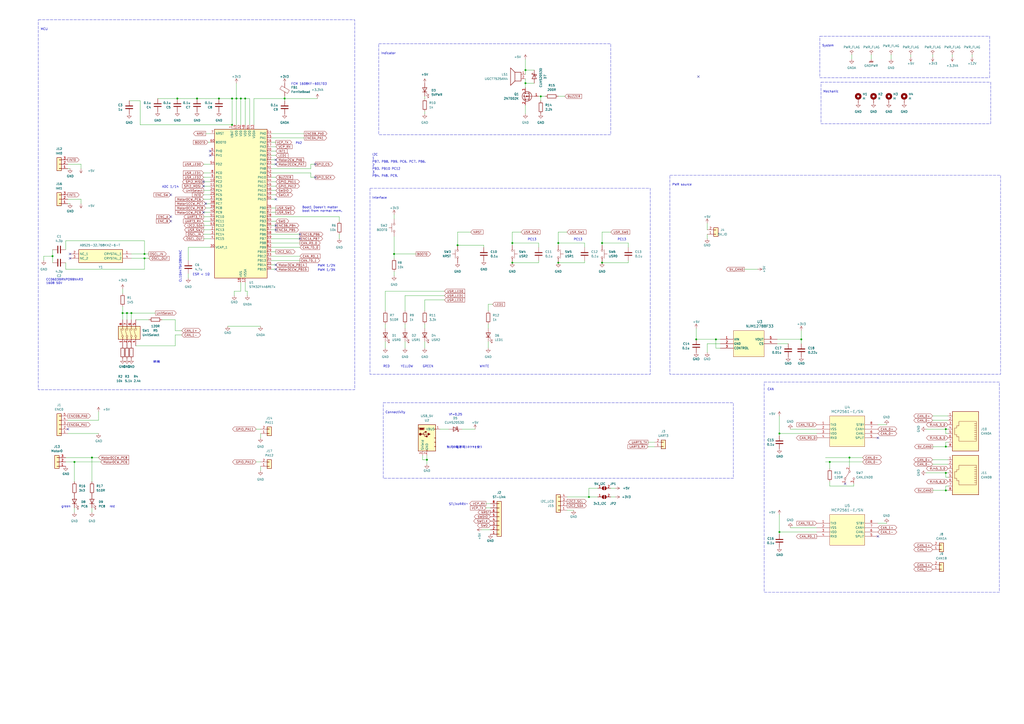
<source format=kicad_sch>
(kicad_sch (version 20231120) (generator "eeschema") (generator_version "8.0")
  (paper "A2")
  (lib_symbols
    (symbol "ABS25-32_768KHZ-6-T:ABS25-32.768KHZ-6-T"
      (property "Reference" "Y" (at 31.75 7.62 0))
      (property "Value" "ABS25-32.768KHZ-6-T" (at 31.75 5.08 0))
      (symbol "ABS25-32.768KHZ-6-T_1_1"
        (pin passive line (at 0 -2.54 0) (length 5.08) (name "CRYSTAL_1") (number "1"))
        (pin passive line (at 35.56 -2.54 180) (length 5.08) (name "NC_1") (number "2"))
        (pin passive line (at 35.56 0 180) (length 5.08) (name "NC_2") (number "3"))
        (pin passive line (at 0 0 0) (length 5.08) (name "CRYSTAL_2") (number "4"))
      )
    )
    (symbol "Connector_Generic:Conn_01x02" (pin_names (offset 1.016) hide)
      (property "Reference" "J" (at 0 2.54 0))
      (property "Value" "Conn_01x02" (at 0 -5.08 0))
      (symbol "Conn_01x02_1_1"
        (pin passive line (at -5.08 0 0) (length 3.81) (name "Pin_1") (number "1"))
        (pin passive line (at -5.08 -2.54 0) (length 3.81) (name "Pin_2") (number "2"))
      )
    )
    (symbol "Connector_Generic:Conn_01x03" (pin_names (offset 1.016) hide)
      (property "Reference" "J" (at 0 5.08 0))
      (property "Value" "Conn_01x03" (at 0 -5.08 0))
      (symbol "Conn_01x03_1_1"
        (pin passive line (at -5.08 2.54 0) (length 3.81) (name "Pin_1") (number "1"))
        (pin passive line (at -5.08 0 0) (length 3.81) (name "Pin_2") (number "2"))
        (pin passive line (at -5.08 -2.54 0) (length 3.81) (name "Pin_3") (number "3"))
      )
    )
    (symbol "Connector_Generic:Conn_01x04" (pin_names (offset 1.016) hide)
      (property "Reference" "J" (at 0 5.08 0))
      (property "Value" "Conn_01x04" (at 0 -7.62 0))
      (symbol "Conn_01x04_1_1"
        (pin passive line (at -5.08 2.54 0) (length 3.81) (name "Pin_1") (number "1"))
        (pin passive line (at -5.08 0 0) (length 3.81) (name "Pin_2") (number "2"))
        (pin passive line (at -5.08 -2.54 0) (length 3.81) (name "Pin_3") (number "3"))
        (pin passive line (at -5.08 -5.08 0) (length 3.81) (name "Pin_4") (number "4"))
      )
    )
    (symbol "Connector_Generic:Conn_01x05" (pin_names (offset 1.016) hide)
      (property "Reference" "J" (at 0 7.62 0))
      (property "Value" "Conn_01x05" (at 0 -7.62 0))
      (symbol "Conn_01x05_1_1"
        (pin passive line (at -5.08 5.08 0) (length 3.81) (name "Pin_1") (number "1"))
        (pin passive line (at -5.08 2.54 0) (length 3.81) (name "Pin_2") (number "2"))
        (pin passive line (at -5.08 0 0) (length 3.81) (name "Pin_3") (number "3"))
        (pin passive line (at -5.08 -2.54 0) (length 3.81) (name "Pin_4") (number "4"))
        (pin passive line (at -5.08 -5.08 0) (length 3.81) (name "Pin_5") (number "5"))
      )
    )
    (symbol "Connector_Generic:Conn_01x08" (pin_names (offset 1.016) hide)
      (property "Reference" "J" (at 0 10.16 0))
      (property "Value" "Conn_01x08" (at 0 -12.7 0))
      (symbol "Conn_01x08_1_1"
        (pin passive line (at -5.08 7.62 0) (length 3.81) (name "Pin_1") (number "1"))
        (pin passive line (at -5.08 5.08 0) (length 3.81) (name "Pin_2") (number "2"))
        (pin passive line (at -5.08 2.54 0) (length 3.81) (name "Pin_3") (number "3"))
        (pin passive line (at -5.08 0 0) (length 3.81) (name "Pin_4") (number "4"))
        (pin passive line (at -5.08 -2.54 0) (length 3.81) (name "Pin_5") (number "5"))
        (pin passive line (at -5.08 -5.08 0) (length 3.81) (name "Pin_6") (number "6"))
        (pin passive line (at -5.08 -7.62 0) (length 3.81) (name "Pin_7") (number "7"))
        (pin passive line (at -5.08 -10.16 0) (length 3.81) (name "Pin_8") (number "8"))
      )
    )
    (symbol "Device:C" (pin_numbers hide) (pin_names (offset 0.254))
      (property "Reference" "C" (at 0.635 2.54 0))
      (property "Value" "C" (at 0.635 -2.54 0))
      (symbol "C_1_1"
        (pin passive line (at 0 3.81 270) (length 2.794) (name "~") (number "1"))
        (pin passive line (at 0 -3.81 90) (length 2.794) (name "~") (number "2"))
      )
    )
    (symbol "Device:D_Schottky" (pin_numbers hide) (pin_names (offset 1.016) hide)
      (property "Reference" "D" (at 0 2.54 0))
      (property "Value" "D_Schottky" (at 0 -2.54 0))
      (symbol "D_Schottky_1_1"
        (pin passive line (at -3.81 0 0) (length 2.54) (name "K") (number "1"))
        (pin passive line (at 3.81 0 180) (length 2.54) (name "A") (number "2"))
      )
    )
    (symbol "Device:FerriteBead" (pin_numbers hide) (pin_names (offset 0))
      (property "Reference" "FB" (at -3.81 0.635 90))
      (property "Value" "FerriteBead" (at 3.81 0 90))
      (symbol "FerriteBead_1_1"
        (pin passive line (at 0 3.81 270) (length 2.54) (name "~") (number "1"))
        (pin passive line (at 0 -3.81 90) (length 2.54) (name "~") (number "2"))
      )
    )
    (symbol "Device:LED" (pin_numbers hide) (pin_names (offset 1.016) hide)
      (property "Reference" "D" (at 0 2.54 0))
      (property "Value" "LED" (at 0 -2.54 0))
      (symbol "LED_1_1"
        (pin passive line (at -3.81 0 0) (length 2.54) (name "K") (number "1"))
        (pin passive line (at 3.81 0 180) (length 2.54) (name "A") (number "2"))
      )
    )
    (symbol "Device:Q_NMOS_GSD" (pin_names (offset 0) hide)
      (property "Reference" "Q" (at 5.08 1.27 0))
      (property "Value" "Q_NMOS_GSD" (at 5.08 -1.27 0))
      (symbol "Q_NMOS_GSD_1_1"
        (pin input line (at -5.08 0 0) (length 2.54) (name "G") (number "1"))
        (pin passive line (at 2.54 -5.08 90) (length 2.54) (name "S") (number "2"))
        (pin passive line (at 2.54 5.08 270) (length 2.54) (name "D") (number "3"))
      )
    )
    (symbol "Device:R" (pin_numbers hide) (pin_names (offset 0))
      (property "Reference" "R" (at 2.032 0 90))
      (property "Value" "R" (at 0 0 90))
      (symbol "R_1_1"
        (pin passive line (at 0 3.81 270) (length 1.27) (name "~") (number "1"))
        (pin passive line (at 0 -3.81 90) (length 1.27) (name "~") (number "2"))
      )
    )
    (symbol "Device:Speaker" (pin_names (offset 0) hide)
      (property "Reference" "LS" (at 1.27 5.715 0))
      (property "Value" "Speaker" (at 1.27 3.81 0))
      (symbol "Speaker_1_1"
        (pin input line (at -5.08 0 0) (length 2.54) (name "1") (number "1"))
        (pin input line (at -5.08 -2.54 0) (length 2.54) (name "2") (number "2"))
      )
    )
    (symbol "Jumper:SolderJumper_2_Open" (pin_names (offset 0) hide)
      (property "Reference" "JP" (at 0 2.032 0))
      (property "Value" "SolderJumper_2_Open" (at 0 -2.54 0))
      (symbol "SolderJumper_2_Open_1_1"
        (pin passive line (at -3.81 0 0) (length 2.54) (name "A") (number "1"))
        (pin passive line (at 3.81 0 180) (length 2.54) (name "B") (number "2"))
      )
    )
    (symbol "MCU_ST_STM32F4:STM32F446RETx"
      (property "Reference" "U" (at -15.24 44.45 0))
      (property "Value" "STM32F446RETx" (at 10.16 44.45 0))
      (symbol "STM32F446RETx_1_1"
        (pin power_in line (at -5.08 45.72 270) (length 2.54) (name "VBAT") (number "1"))
        (pin bidirectional line (at -17.78 12.7 0) (length 2.54) (name "PC2") (number "10"))
        (pin bidirectional line (at -17.78 10.16 0) (length 2.54) (name "PC3") (number "11"))
        (pin power_in line (at 2.54 -45.72 90) (length 2.54) (name "VSSA") (number "12"))
        (pin power_in line (at 7.62 45.72 270) (length 2.54) (name "VDDA") (number "13"))
        (pin bidirectional line (at 17.78 40.64 180) (length 2.54) (name "PA0") (number "14"))
        (pin bidirectional line (at 17.78 38.1 180) (length 2.54) (name "PA1") (number "15"))
        (pin bidirectional line (at 17.78 35.56 180) (length 2.54) (name "PA2") (number "16"))
        (pin bidirectional line (at 17.78 33.02 180) (length 2.54) (name "PA3") (number "17"))
        (pin power_in line (at 0 -45.72 90) (length 2.54) (name "VSS") (number "18"))
        (pin power_in line (at -2.54 45.72 270) (length 2.54) (name "VDD") (number "19"))
        (pin bidirectional line (at -17.78 -15.24 0) (length 2.54) (name "PC13") (number "2"))
        (pin bidirectional line (at 17.78 30.48 180) (length 2.54) (name "PA4") (number "20"))
        (pin bidirectional line (at 17.78 27.94 180) (length 2.54) (name "PA5") (number "21"))
        (pin bidirectional line (at 17.78 25.4 180) (length 2.54) (name "PA6") (number "22"))
        (pin bidirectional line (at 17.78 22.86 180) (length 2.54) (name "PA7") (number "23"))
        (pin bidirectional line (at -17.78 7.62 0) (length 2.54) (name "PC4") (number "24"))
        (pin bidirectional line (at -17.78 5.08 0) (length 2.54) (name "PC5") (number "25"))
        (pin bidirectional line (at 17.78 -2.54 180) (length 2.54) (name "PB0") (number "26"))
        (pin bidirectional line (at 17.78 -5.08 180) (length 2.54) (name "PB1") (number "27"))
        (pin bidirectional line (at 17.78 -7.62 180) (length 2.54) (name "PB2") (number "28"))
        (pin bidirectional line (at 17.78 -27.94 180) (length 2.54) (name "PB10") (number "29"))
        (pin bidirectional line (at -17.78 -17.78 0) (length 2.54) (name "PC14") (number "3"))
        (pin power_out line (at -17.78 -25.4 0) (length 2.54) (name "VCAP_1") (number "30"))
        (pin passive line (at 0 -45.72 90) (length 2.54) hide (name "VSS") (number "31"))
        (pin power_in line (at 0 45.72 270) (length 2.54) (name "VDD") (number "32"))
        (pin bidirectional line (at 17.78 -30.48 180) (length 2.54) (name "PB12") (number "33"))
        (pin bidirectional line (at 17.78 -33.02 180) (length 2.54) (name "PB13") (number "34"))
        (pin bidirectional line (at 17.78 -35.56 180) (length 2.54) (name "PB14") (number "35"))
        (pin bidirectional line (at 17.78 -38.1 180) (length 2.54) (name "PB15") (number "36"))
        (pin bidirectional line (at -17.78 2.54 0) (length 2.54) (name "PC6") (number "37"))
        (pin bidirectional line (at -17.78 0 0) (length 2.54) (name "PC7") (number "38"))
        (pin bidirectional line (at -17.78 -2.54 0) (length 2.54) (name "PC8") (number "39"))
        (pin bidirectional line (at -17.78 -20.32 0) (length 2.54) (name "PC15") (number "4"))
        (pin bidirectional line (at -17.78 -5.08 0) (length 2.54) (name "PC9") (number "40"))
        (pin bidirectional line (at 17.78 20.32 180) (length 2.54) (name "PA8") (number "41"))
        (pin bidirectional line (at 17.78 17.78 180) (length 2.54) (name "PA9") (number "42"))
        (pin bidirectional line (at 17.78 15.24 180) (length 2.54) (name "PA10") (number "43"))
        (pin bidirectional line (at 17.78 12.7 180) (length 2.54) (name "PA11") (number "44"))
        (pin bidirectional line (at 17.78 10.16 180) (length 2.54) (name "PA12") (number "45"))
        (pin bidirectional line (at 17.78 7.62 180) (length 2.54) (name "PA13") (number "46"))
        (pin passive line (at 0 -45.72 90) (length 2.54) hide (name "VSS") (number "47"))
        (pin power_in line (at 2.54 45.72 270) (length 2.54) (name "VDD") (number "48"))
        (pin bidirectional line (at 17.78 5.08 180) (length 2.54) (name "PA14") (number "49"))
        (pin bidirectional line (at -17.78 30.48 0) (length 2.54) (name "PH0") (number "5"))
        (pin bidirectional line (at 17.78 2.54 180) (length 2.54) (name "PA15") (number "50"))
        (pin bidirectional line (at -17.78 -7.62 0) (length 2.54) (name "PC10") (number "51"))
        (pin bidirectional line (at -17.78 -10.16 0) (length 2.54) (name "PC11") (number "52"))
        (pin bidirectional line (at -17.78 -12.7 0) (length 2.54) (name "PC12") (number "53"))
        (pin bidirectional line (at -17.78 22.86 0) (length 2.54) (name "PD2") (number "54"))
        (pin bidirectional line (at 17.78 -10.16 180) (length 2.54) (name "PB3") (number "55"))
        (pin bidirectional line (at 17.78 -12.7 180) (length 2.54) (name "PB4") (number "56"))
        (pin bidirectional line (at 17.78 -15.24 180) (length 2.54) (name "PB5") (number "57"))
        (pin bidirectional line (at 17.78 -17.78 180) (length 2.54) (name "PB6") (number "58"))
        (pin bidirectional line (at 17.78 -20.32 180) (length 2.54) (name "PB7") (number "59"))
        (pin bidirectional line (at -17.78 27.94 0) (length 2.54) (name "PH1") (number "6"))
        (pin input line (at -17.78 35.56 0) (length 2.54) (name "BOOT0") (number "60"))
        (pin bidirectional line (at 17.78 -22.86 180) (length 2.54) (name "PB8") (number "61"))
        (pin bidirectional line (at 17.78 -25.4 180) (length 2.54) (name "PB9") (number "62"))
        (pin passive line (at 0 -45.72 90) (length 2.54) hide (name "VSS") (number "63"))
        (pin power_in line (at 5.08 45.72 270) (length 2.54) (name "VDD") (number "64"))
        (pin input line (at -17.78 40.64 0) (length 2.54) (name "NRST") (number "7"))
        (pin bidirectional line (at -17.78 17.78 0) (length 2.54) (name "PC0") (number "8"))
        (pin bidirectional line (at -17.78 15.24 0) (length 2.54) (name "PC1") (number "9"))
      )
    )
    (symbol "Mechanical:MountingHole_Pad" (pin_numbers hide) (pin_names (offset 1.016) hide)
      (property "Reference" "H" (at 0 6.35 0))
      (property "Value" "MountingHole_Pad" (at 0 4.445 0))
      (symbol "MountingHole_Pad_1_1"
        (pin input line (at 0 -2.54 90) (length 2.54) (name "1") (number "1"))
      )
    )
    (symbol "Original:MCP2561-E_SN" (pin_names (offset 0.254))
      (property "Reference" "U" (at 30.48 10.16 0))
      (property "Value" "MCP2561-E/SN" (at 30.48 7.62 0))
      (symbol "MCP2561-E_SN_0_1"
        (pin input line (at 12.7 0 0) (length 7.62) (name "TXD") (number "1"))
        (pin power_in line (at 12.7 -2.54 0) (length 7.62) (name "VSS") (number "2"))
        (pin power_in line (at 12.7 -5.08 0) (length 7.62) (name "VDD") (number "3"))
        (pin output line (at 12.7 -7.62 0) (length 7.62) (name "RXD") (number "4"))
        (pin unspecified line (at 48.26 -7.62 180) (length 7.62) (name "SPLIT") (number "5"))
        (pin bidirectional line (at 48.26 -5.08 180) (length 7.62) (name "CANL") (number "6"))
        (pin bidirectional line (at 48.26 -2.54 180) (length 7.62) (name "CANH") (number "7"))
        (pin input line (at 48.26 0 180) (length 7.62) (name "STBY") (number "8"))
      )
    )
    (symbol "Original:NJM12788F33" (pin_names (offset 0.254))
      (property "Reference" "U" (at 15.24 10.16 0))
      (property "Value" "NJM12788F33" (at 15.24 7.62 0))
      (symbol "NJM12788F33_0_1"
        (pin power_in line (at 0 0 0) (length 7.62) (name "VIN") (number "1"))
        (pin input line (at 33.02 -2.54 180) (length 7.62) (name "CS") (number "4"))
      )
      (symbol "NJM12788F33_1_1"
        (pin power_in line (at 0 -2.54 0) (length 7.62) (name "GND") (number "2"))
        (pin input line (at 0 -5.08 0) (length 7.62) (name "CONTROL") (number "3"))
        (pin power_in line (at 33.02 0 180) (length 7.62) (name "VOUT") (number "5"))
      )
    )
    (symbol "Original:USB_micro-B_PWR"
      (property "Reference" "U" (at 0 2.54 0))
      (property "Value" "USB_PWR" (at 0 0 0))
      (symbol "USB_micro-B_PWR_1_1"
        (pin power_out line (at 7.62 -5.08 180) (length 2.54) (name "VBUS") (number "1"))
        (pin power_in line (at 0 -20.32 90) (length 2.54) (name "GND") (number "2"))
        (pin passive line (at -2.54 -20.32 90) (length 2.54) (name "Shield") (number "3"))
      )
    )
    (symbol "RJ45_1" (pin_names (offset 1.016))
      (property "Reference" "J" (at -5.08 13.97 0))
      (property "Value" "RJ45" (at 2.54 13.97 0))
      (symbol "RJ45_1_1_1"
        (pin passive line (at 10.16 -7.62 180) (length 2.54) (name "~") (number "1"))
        (pin passive line (at 10.16 -5.08 180) (length 2.54) (name "~") (number "2"))
        (pin passive line (at 10.16 -2.54 180) (length 2.54) (name "~") (number "3"))
        (pin passive line (at 10.16 0 180) (length 2.54) (name "~") (number "4"))
        (pin passive line (at 10.16 2.54 180) (length 2.54) (name "~") (number "5"))
        (pin passive line (at 10.16 5.08 180) (length 2.54) (name "~") (number "6"))
        (pin passive line (at 10.16 7.62 180) (length 2.54) (name "~") (number "7"))
        (pin passive line (at 10.16 10.16 180) (length 2.54) (name "~") (number "8"))
      )
    )
    (symbol "RJ45_2" (pin_names (offset 1.016))
      (property "Reference" "J" (at -5.08 13.97 0))
      (property "Value" "RJ45" (at 2.54 13.97 0))
      (symbol "RJ45_2_1_1"
        (pin passive line (at 10.16 -7.62 180) (length 2.54) (name "~") (number "1"))
        (pin passive line (at 10.16 -5.08 180) (length 2.54) (name "~") (number "2"))
        (pin passive line (at 10.16 -2.54 180) (length 2.54) (name "~") (number "3"))
        (pin passive line (at 10.16 0 180) (length 2.54) (name "~") (number "4"))
        (pin passive line (at 10.16 2.54 180) (length 2.54) (name "~") (number "5"))
        (pin passive line (at 10.16 5.08 180) (length 2.54) (name "~") (number "6"))
        (pin passive line (at 10.16 7.62 180) (length 2.54) (name "~") (number "7"))
        (pin passive line (at 10.16 10.16 180) (length 2.54) (name "~") (number "8"))
      )
    )
    (symbol "Switch:SW_DIP_x04" (pin_names (offset 0) hide)
      (property "Reference" "SW" (at 0 8.89 0))
      (property "Value" "SW_DIP_x04" (at 0 -6.35 0))
      (symbol "SW_DIP_x04_1_1"
        (pin passive line (at -7.62 5.08 0) (length 5.08) (name "~") (number "1"))
        (pin passive line (at -7.62 2.54 0) (length 5.08) (name "~") (number "2"))
        (pin passive line (at -7.62 0 0) (length 5.08) (name "~") (number "3"))
        (pin passive line (at -7.62 -2.54 0) (length 5.08) (name "~") (number "4"))
        (pin passive line (at 7.62 -2.54 180) (length 5.08) (name "~") (number "5"))
        (pin passive line (at 7.62 0 180) (length 5.08) (name "~") (number "6"))
        (pin passive line (at 7.62 2.54 180) (length 5.08) (name "~") (number "7"))
        (pin passive line (at 7.62 5.08 180) (length 5.08) (name "~") (number "8"))
      )
    )
    (symbol "Switch:SW_Push" (pin_numbers hide) (pin_names (offset 1.016) hide)
      (property "Reference" "SW" (at 1.27 2.54 0))
      (property "Value" "SW_Push" (at 0 -1.524 0))
      (symbol "SW_Push_0_1"
        (pin passive line (at -5.08 0 0) (length 2.54) (name "1") (number "1"))
        (pin passive line (at 5.08 0 180) (length 2.54) (name "2") (number "2"))
      )
    )
    (symbol "Switch:SW_SPDT" (pin_names (offset 0) hide)
      (property "Reference" "SW" (at 0 4.318 0))
      (property "Value" "SW_SPDT" (at 0 -5.08 0))
      (symbol "SW_SPDT_1_1"
        (pin passive line (at 5.08 2.54 180) (length 2.54) (name "A") (number "1"))
        (pin passive line (at -5.08 0 0) (length 2.54) (name "B") (number "2"))
        (pin passive line (at 5.08 -2.54 180) (length 2.54) (name "C") (number "3"))
      )
    )
    (symbol "power:+12V" (power) (pin_names (offset 0))
      (property "Value" "+12V" (at 0 3.556 0))
      (symbol "+12V_1_1"
        (pin power_in line (at 0 0 90) (length 0) hide (name "+12V") (number "1"))
      )
    )
    (symbol "power:+3.3VA" (power) (pin_names (offset 0))
      (property "Value" "+3.3VA" (at 0 3.556 0))
      (symbol "+3.3VA_1_1"
        (pin power_in line (at 0 0 90) (length 0) hide (name "+3.3VA") (number "1"))
      )
    )
    (symbol "power:+3V3" (power) (pin_names (offset 0))
      (property "Value" "+3V3" (at 0 3.556 0))
      (symbol "+3V3_1_1"
        (pin power_in line (at 0 0 90) (length 0) hide (name "+3V3") (number "1"))
      )
    )
    (symbol "power:+5V" (power) (pin_names (offset 0))
      (property "Value" "+5V" (at 0 3.556 0))
      (symbol "+5V_1_1"
        (pin power_in line (at 0 0 90) (length 0) hide (name "+5V") (number "1"))
      )
    )
    (symbol "power:GND" (power) (pin_names (offset 0))
      (property "Value" "GND" (at 0 -3.81 0))
      (symbol "GND_1_1"
        (pin power_in line (at 0 0 270) (length 0) hide (name "GND") (number "1"))
      )
    )
    (symbol "power:GNDA" (power) (pin_names (offset 0))
      (property "Value" "GNDA" (at 0 -3.81 0))
      (symbol "GNDA_1_1"
        (pin power_in line (at 0 0 270) (length 0) hide (name "GNDA") (number "1"))
      )
    )
    (symbol "power:GNDPWR" (power) (pin_names (offset 0))
      (property "Value" "GNDPWR" (at 0 -3.302 0))
      (symbol "GNDPWR_1_1"
        (pin power_in line (at 0 0 270) (length 0) hide (name "GNDPWR") (number "1"))
      )
    )
    (symbol "power:PWR_FLAG" (power) (pin_numbers hide) (pin_names (offset 0) hide)
      (property "Value" "PWR_FLAG" (at 0 3.81 0))
      (symbol "PWR_FLAG_0_0"
        (pin power_out line (at 0 0 90) (length 0) (name "pwr") (number "1"))
      )
    )
  )
  (junction (at 452.12 251.46))
  (junction (at 297.18 152.4))
  (junction (at 304.8 48.26))
  (junction (at 452.12 308.61))
  (junction (at 349.25 140.97))
  (junction (at 114.3 57.15))
  (junction (at 349.25 152.4))
  (junction (at 492.76 265.43))
  (junction (at 548.64 274.32))
  (junction (at 142.24 57.15))
  (junction (at 134.62 57.15))
  (junction (at 548.64 248.92))
  (junction (at 83.82 149.86))
  (junction (at 265.43 142.24))
  (junction (at 30.48 148.59))
  (junction (at 481.33 267.97))
  (junction (at 464.82 196.85))
  (junction (at 323.85 152.4))
  (junction (at 403.86 196.85))
  (junction (at 53.34 265.43))
  (junction (at 548.64 284.48))
  (junction (at 323.85 140.97))
  (junction (at 165.1 57.15))
  (junction (at 134.62 72.39))
  (junction (at 304.8 40.64))
  (junction (at 415.29 196.85))
  (junction (at 548.64 259.08))
  (junction (at 137.16 57.15))
  (junction (at 73.66 181.61))
  (junction (at 228.6 147.32))
  (junction (at 71.12 181.61))
  (junction (at 139.7 57.15))
  (junction (at 297.18 140.97))
  (junction (at 127 57.15))
  (junction (at 76.2 181.61))
  (junction (at 43.18 267.97))
  (junction (at 102.87 57.15))
  (junction (at 83.82 147.32))
  (junction (at 313.69 55.88))
  (junction (at 247.65 266.7))
  (junction (at 341.63 288.29))
  (no_connect (at 118.11 123.19))
  (no_connect (at 121.92 87.63))
  (no_connect (at 160.02 95.25))
  (no_connect (at 405.13 44.45))
  (no_connect (at 160.02 153.67))
  (no_connect (at 509.27 311.15))
  (no_connect (at 99.06 128.27))
  (no_connect (at 173.99 135.89))
  (no_connect (at 160.02 156.21))
  (no_connect (at 160.02 133.35))
  (no_connect (at 39.37 248.92))
  (no_connect (at 160.02 92.71))
  (no_connect (at 509.27 254))
  (no_connect (at 121.92 90.17))
  (no_connect (at 490.22 280.67))
  (no_connect (at 99.06 125.73))
  (no_connect (at 173.99 138.43))
  (no_connect (at 118.11 107.95))
  (no_connect (at 40.64 149.86))
  (no_connect (at 160.02 115.57))
  (no_connect (at 118.11 105.41))
  (no_connect (at 99.06 113.03))
  (no_connect (at 40.64 147.32))
  (no_connect (at 160.02 130.81))
  (no_connect (at 182.88 102.87))
  (no_connect (at 119.38 118.11))
  (no_connect (at 182.88 95.25))
  (wire (pts (xy 339.09 152.4) (xy 323.85 152.4)))
  (wire (pts (xy 139.7 168.91) (xy 139.7 163.83)))
  (wire (pts (xy 102.87 57.15) (xy 114.3 57.15)))
  (wire (pts (xy 481.33 279.4) (xy 481.33 281.94)))
  (wire (pts (xy 160.02 120.65) (xy 157.48 120.65)))
  (wire (pts (xy 458.47 306.07) (xy 473.71 306.07)))
  (wire (pts (xy 176.53 80.01) (xy 157.48 80.01)))
  (wire (pts (xy 549.91 248.92) (xy 548.64 248.92)))
  (wire (pts (xy 118.11 125.73) (xy 121.92 125.73)))
  (wire (pts (xy 549.91 274.32) (xy 548.64 274.32)))
  (wire (pts (xy 30.48 148.59) (xy 30.48 152.4)))
  (wire (pts (xy 53.34 265.43) (xy 38.1 265.43)))
  (wire (pts (xy 548.64 274.32) (xy 548.64 276.86)))
  (wire (pts (xy 114.3 57.15) (xy 127 57.15)))
  (wire (pts (xy 165.1 57.15) (xy 165.1 58.42)))
  (wire (pts (xy 537.21 274.32) (xy 548.64 274.32)))
  (wire (pts (xy 118.11 130.81) (xy 121.92 130.81)))
  (wire (pts (xy 142.24 57.15) (xy 139.7 57.15)))
  (wire (pts (xy 127 57.15) (xy 134.62 57.15)))
  (wire (pts (xy 157.48 130.81) (xy 160.02 130.81)))
  (wire (pts (xy 30.48 148.59) (xy 30.48 144.78)))
  (wire (pts (xy 147.32 57.15) (xy 147.32 72.39)))
  (wire (pts (xy 415.29 196.85) (xy 417.83 196.85)))
  (wire (pts (xy 160.02 128.27) (xy 157.48 128.27)))
  (wire (pts (xy 39.37 97.79) (xy 40.64 97.79)))
  (wire (pts (xy 109.22 151.13) (xy 109.22 143.51)))
  (wire (pts (xy 492.76 265.43) (xy 500.38 265.43)))
  (wire (pts (xy 279.4 307.34) (xy 284.48 307.34)))
  (wire (pts (xy 109.22 161.29) (xy 109.22 158.75)))
  (wire (pts (xy 246.38 57.15) (xy 246.38 55.88)))
  (wire (pts (xy 173.99 151.13) (xy 157.48 151.13)))
  (wire (pts (xy 464.82 199.39) (xy 464.82 196.85)))
  (wire (pts (xy 364.49 152.4) (xy 364.49 151.13)))
  (wire (pts (xy 223.52 180.34) (xy 223.52 168.91)))
  (wire (pts (xy 283.21 180.34) (xy 283.21 176.53)))
  (wire (pts (xy 118.11 110.49) (xy 121.92 110.49)))
  (wire (pts (xy 481.33 281.94) (xy 495.3 281.94)))
  (wire (pts (xy 53.34 294.64) (xy 53.34 297.18)))
  (wire (pts (xy 552.45 31.75) (xy 552.45 33.02)))
  (wire (pts (xy 548.64 256.54) (xy 548.64 259.08)))
  (wire (pts (xy 93.98 185.42) (xy 101.6 185.42)))
  (wire (pts (xy 349.25 140.97) (xy 364.49 140.97)))
  (wire (pts (xy 273.05 134.62) (xy 265.43 134.62)))
  (wire (pts (xy 71.12 181.61) (xy 73.66 181.61)))
  (wire (pts (xy 505.46 34.29) (xy 505.46 31.75)))
  (wire (pts (xy 53.34 265.43) (xy 53.34 279.4)))
  (wire (pts (xy 157.48 95.25) (xy 160.02 95.25)))
  (wire (pts (xy 304.8 48.26) (xy 304.8 50.8)))
  (wire (pts (xy 101.6 194.31) (xy 101.6 200.66)))
  (wire (pts (xy 176.53 77.47) (xy 157.48 77.47)))
  (wire (pts (xy 25.4 148.59) (xy 25.4 151.13)))
  (wire (pts (xy 304.8 45.72) (xy 304.8 48.26)))
  (wire (pts (xy 119.38 120.65) (xy 121.92 120.65)))
  (wire (pts (xy 173.99 143.51) (xy 157.48 143.51)))
  (wire (pts (xy 410.21 199.39) (xy 417.83 199.39)))
  (wire (pts (xy 323.85 140.97) (xy 323.85 134.62)))
  (wire (pts (xy 246.38 198.12) (xy 246.38 201.93)))
  (wire (pts (xy 495.3 280.67) (xy 495.3 281.94)))
  (wire (pts (xy 118.11 115.57) (xy 121.92 115.57)))
  (wire (pts (xy 38.1 139.7) (xy 83.82 139.7)))
  (wire (pts (xy 267.97 248.92) (xy 275.59 248.92)))
  (wire (pts (xy 356.87 288.29) (xy 354.33 288.29)))
  (wire (pts (xy 339.09 143.51) (xy 339.09 140.97)))
  (wire (pts (xy 118.11 135.89) (xy 121.92 135.89)))
  (wire (pts (xy 283.21 198.12) (xy 283.21 201.93)))
  (wire (pts (xy 313.69 55.88) (xy 312.42 55.88)))
  (wire (pts (xy 339.09 152.4) (xy 339.09 151.13)))
  (wire (pts (xy 139.7 57.15) (xy 137.16 57.15)))
  (wire (pts (xy 549.91 266.7) (xy 541.02 266.7)))
  (wire (pts (xy 83.82 156.21) (xy 83.82 149.86)))
  (wire (pts (xy 182.88 102.87) (xy 180.34 102.87)))
  (wire (pts (xy 25.4 148.59) (xy 30.48 148.59)))
  (wire (pts (xy 452.12 241.3) (xy 452.12 251.46)))
  (wire (pts (xy 160.02 107.95) (xy 157.48 107.95)))
  (wire (pts (xy 148.59 248.92) (xy 151.13 248.92)))
  (wire (pts (xy 246.38 64.77) (xy 246.38 66.04)))
  (wire (pts (xy 228.6 147.32) (xy 228.6 149.86)))
  (wire (pts (xy 142.24 168.91) (xy 142.24 163.83)))
  (wire (pts (xy 71.12 177.8) (xy 71.12 181.61)))
  (wire (pts (xy 247.65 266.7) (xy 247.65 264.16)))
  (wire (pts (xy 516.89 31.75) (xy 516.89 34.29)))
  (wire (pts (xy 78.74 200.66) (xy 101.6 200.66)))
  (wire (pts (xy 246.38 173.99) (xy 257.81 173.99)))
  (wire (pts (xy 410.21 204.47) (xy 410.21 199.39)))
  (wire (pts (xy 228.6 137.16) (xy 228.6 147.32)))
  (wire (pts (xy 494.03 34.29) (xy 494.03 31.75)))
  (wire (pts (xy 118.11 105.41) (xy 121.92 105.41)))
  (wire (pts (xy 332.74 295.91) (xy 328.93 295.91)))
  (wire (pts (xy 76.2 147.32) (xy 83.82 147.32)))
  (wire (pts (xy 549.91 259.08) (xy 548.64 259.08)))
  (wire (pts (xy 228.6 124.46) (xy 228.6 127)))
  (wire (pts (xy 223.52 187.96) (xy 223.52 190.5)))
  (wire (pts (xy 234.95 190.5) (xy 234.95 187.96)))
  (wire (pts (xy 379.73 259.08) (xy 375.92 259.08)))
  (wire (pts (xy 464.82 191.77) (xy 464.82 196.85)))
  (wire (pts (xy 102.87 57.15) (xy 91.44 57.15)))
  (wire (pts (xy 323.85 142.24) (xy 323.85 140.97)))
  (wire (pts (xy 346.71 283.21) (xy 341.63 283.21)))
  (wire (pts (xy 415.29 201.93) (xy 415.29 196.85)))
  (wire (pts (xy 144.78 72.39) (xy 144.78 57.15)))
  (wire (pts (xy 234.95 198.12) (xy 234.95 201.93)))
  (wire (pts (xy 173.99 140.97) (xy 157.48 140.97)))
  (wire (pts (xy 297.18 140.97) (xy 312.42 140.97)))
  (wire (pts (xy 43.18 267.97) (xy 58.42 267.97)))
  (wire (pts (xy 118.11 123.19) (xy 121.92 123.19)))
  (wire (pts (xy 312.42 143.51) (xy 312.42 140.97)))
  (wire (pts (xy 283.21 187.96) (xy 283.21 190.5)))
  (wire (pts (xy 118.11 128.27) (xy 121.92 128.27)))
  (wire (pts (xy 364.49 143.51) (xy 364.49 140.97)))
  (wire (pts (xy 379.73 256.54) (xy 375.92 256.54)))
  (wire (pts (xy 260.35 248.92) (xy 255.27 248.92)))
  (wire (pts (xy 157.48 156.21) (xy 160.02 156.21)))
  (wire (pts (xy 57.15 251.46) (xy 39.37 251.46)))
  (wire (pts (xy 135.89 168.91) (xy 139.7 168.91)))
  (wire (pts (xy 39.37 243.84) (xy 57.15 243.84)))
  (wire (pts (xy 180.34 95.25) (xy 180.34 97.79)))
  (wire (pts (xy 118.11 100.33) (xy 121.92 100.33)))
  (wire (pts (xy 514.35 303.53) (xy 509.27 303.53)))
  (wire (pts (xy 78.74 185.42) (xy 86.36 185.42)))
  (wire (pts (xy 341.63 288.29) (xy 346.71 288.29)))
  (wire (pts (xy 478.79 265.43) (xy 492.76 265.43)))
  (wire (pts (xy 173.99 135.89) (xy 157.48 135.89)))
  (wire (pts (xy 81.28 72.39) (xy 134.62 72.39)))
  (wire (pts (xy 265.43 142.24) (xy 280.67 142.24)))
  (wire (pts (xy 541.02 259.08) (xy 548.64 259.08)))
  (wire (pts (xy 118.11 102.87) (xy 121.92 102.87)))
  (wire (pts (xy 160.02 105.41) (xy 157.48 105.41)))
  (wire (pts (xy 410.21 138.43) (xy 410.21 135.89)))
  (wire (pts (xy 118.11 107.95) (xy 121.92 107.95)))
  (wire (pts (xy 549.91 251.46) (xy 548.64 251.46)))
  (wire (pts (xy 160.02 87.63) (xy 157.48 87.63)))
  (wire (pts (xy 417.83 201.93) (xy 415.29 201.93)))
  (wire (pts (xy 458.47 248.92) (xy 473.71 248.92)))
  (wire (pts (xy 160.02 102.87) (xy 157.48 102.87)))
  (wire (pts (xy 245.11 264.16) (xy 245.11 266.7)))
  (wire (pts (xy 135.89 171.45) (xy 135.89 168.91)))
  (wire (pts (xy 312.42 152.4) (xy 297.18 152.4)))
  (wire (pts (xy 38.1 152.4) (xy 38.1 156.21)))
  (wire (pts (xy 241.3 147.32) (xy 228.6 147.32)))
  (wire (pts (xy 160.02 82.55) (xy 157.48 82.55)))
  (wire (pts (xy 73.66 185.42) (xy 73.66 181.61)))
  (wire (pts (xy 180.34 102.87) (xy 180.34 100.33)))
  (wire (pts (xy 541.02 31.75) (xy 541.02 33.02)))
  (wire (pts (xy 478.79 267.97) (xy 481.33 267.97)))
  (wire (pts (xy 118.11 133.35) (xy 121.92 133.35)))
  (wire (pts (xy 257.81 171.45) (xy 234.95 171.45)))
  (wire (pts (xy 76.2 181.61) (xy 76.2 185.42)))
  (wire (pts (xy 119.38 118.11) (xy 121.92 118.11)))
  (wire (pts (xy 452.12 298.45) (xy 452.12 308.61)))
  (wire (pts (xy 246.38 180.34) (xy 246.38 173.99)))
  (wire (pts (xy 312.42 152.4) (xy 312.42 151.13)))
  (wire (pts (xy 196.85 125.73) (xy 196.85 128.27)))
  (wire (pts (xy 46.99 115.57) (xy 39.37 115.57)))
  (wire (pts (xy 492.76 265.43) (xy 492.76 270.51)))
  (wire (pts (xy 173.99 138.43) (xy 157.48 138.43)))
  (wire (pts (xy 349.25 140.97) (xy 349.25 134.62)))
  (wire (pts (xy 157.48 100.33) (xy 180.34 100.33)))
  (wire (pts (xy 323.85 140.97) (xy 339.09 140.97)))
  (wire (pts (xy 57.15 265.43) (xy 53.34 265.43)))
  (wire (pts (xy 309.88 48.26) (xy 304.8 48.26)))
  (wire (pts (xy 549.91 281.94) (xy 548.64 281.94)))
  (wire (pts (xy 43.18 267.97) (xy 38.1 267.97)))
  (wire (pts (xy 160.02 115.57) (xy 157.48 115.57)))
  (wire (pts (xy 142.24 72.39) (xy 142.24 57.15)))
  (wire (pts (xy 281.94 292.1) (xy 284.48 292.1)))
  (wire (pts (xy 101.6 194.31) (xy 105.41 194.31)))
  (wire (pts (xy 137.16 57.15) (xy 134.62 57.15)))
  (wire (pts (xy 514.35 246.38) (xy 509.27 246.38)))
  (wire (pts (xy 328.93 288.29) (xy 341.63 288.29)))
  (wire (pts (xy 452.12 309.88) (xy 452.12 308.61)))
  (wire (pts (xy 144.78 57.15) (xy 142.24 57.15)))
  (wire (pts (xy 160.02 85.09) (xy 157.48 85.09)))
  (wire (pts (xy 57.15 243.84) (xy 57.15 238.76)))
  (wire (pts (xy 76.2 149.86) (xy 83.82 149.86)))
  (wire (pts (xy 38.1 139.7) (xy 38.1 144.78)))
  (wire (pts (xy 173.99 148.59) (xy 157.48 148.59)))
  (wire (pts (xy 73.66 181.61) (xy 76.2 181.61)))
  (wire (pts (xy 119.38 77.47) (xy 121.92 77.47)))
  (wire (pts (xy 439.42 156.21) (xy 431.8 156.21)))
  (wire (pts (xy 481.33 267.97) (xy 481.33 271.78)))
  (wire (pts (xy 157.48 92.71) (xy 160.02 92.71)))
  (wire (pts (xy 450.85 196.85) (xy 464.82 196.85)))
  (wire (pts (xy 549.91 256.54) (xy 548.64 256.54)))
  (wire (pts (xy 157.48 97.79) (xy 180.34 97.79)))
  (wire (pts (xy 541.02 284.48) (xy 548.64 284.48)))
  (wire (pts (xy 327.66 55.88) (xy 323.85 55.88)))
  (wire (pts (xy 283.21 176.53) (xy 285.75 176.53)))
  (wire (pts (xy 71.12 167.64) (xy 71.12 170.18)))
  (wire (pts (xy 481.33 267.97) (xy 500.38 267.97)))
  (wire (pts (xy 143.51 168.91) (xy 143.51 171.45)))
  (wire (pts (xy 143.51 168.91) (xy 142.24 168.91)))
  (wire (pts (xy 39.37 118.11) (xy 40.64 118.11)))
  (wire (pts (xy 160.02 113.03) (xy 157.48 113.03)))
  (wire (pts (xy 297.18 140.97) (xy 297.18 134.62)))
  (wire (pts (xy 549.91 276.86) (xy 548.64 276.86)))
  (wire (pts (xy 349.25 134.62) (xy 354.33 134.62)))
  (wire (pts (xy 548.64 248.92) (xy 548.64 251.46)))
  (wire (pts (xy 223.52 198.12) (xy 223.52 201.93)))
  (wire (pts (xy 139.7 72.39) (xy 139.7 57.15)))
  (wire (pts (xy 137.16 48.26) (xy 137.16 57.15)))
  (wire (pts (xy 81.28 58.42) (xy 74.93 58.42)))
  (wire (pts (xy 182.88 95.25) (xy 180.34 95.25)))
  (wire (pts (xy 452.12 251.46) (xy 473.71 251.46)))
  (wire (pts (xy 245.11 266.7) (xy 247.65 266.7)))
  (wire (pts (xy 157.48 133.35) (xy 160.02 133.35)))
  (wire (pts (xy 247.65 269.24) (xy 247.65 266.7)))
  (wire (pts (xy 83.82 147.32) (xy 86.36 147.32)))
  (wire (pts (xy 537.21 248.92) (xy 548.64 248.92)))
  (wire (pts (xy 313.69 58.42) (xy 313.69 55.88)))
  (wire (pts (xy 118.11 138.43) (xy 121.92 138.43)))
  (wire (pts (xy 265.43 134.62) (xy 265.43 142.24)))
  (wire (pts (xy 356.87 283.21) (xy 354.33 283.21)))
  (wire (pts (xy 528.32 31.75) (xy 528.32 33.02)))
  (wire (pts (xy 280.67 143.51) (xy 280.67 142.24)))
  (wire (pts (xy 349.25 142.24) (xy 349.25 140.97)))
  (wire (pts (xy 165.1 57.15) (xy 184.15 57.15)))
  (wire (pts (xy 246.38 187.96) (xy 246.38 190.5)))
  (wire (pts (xy 297.18 134.62) (xy 302.26 134.62)))
  (wire (pts (xy 452.12 252.73) (xy 452.12 251.46)))
  (wire (pts (xy 228.6 160.02) (xy 228.6 157.48)))
  (wire (pts (xy 132.08 189.23) (xy 151.13 189.23)))
  (wire (pts (xy 281.94 294.64) (xy 284.48 294.64)))
  (wire (pts (xy 83.82 149.86) (xy 86.36 149.86)))
  (wire (pts (xy 309.88 40.64) (xy 304.8 40.64)))
  (wire (pts (xy 76.2 181.61) (xy 90.17 181.61)))
  (wire (pts (xy 341.63 283.21) (xy 341.63 288.29)))
  (wire (pts (xy 83.82 139.7) (xy 83.82 147.32)))
  (wire (pts (xy 450.85 199.39) (xy 457.2 199.39)))
  (wire (pts (xy 109.22 143.51) (xy 121.92 143.51)))
  (wire (pts (xy 196.85 138.43) (xy 196.85 135.89)))
  (wire (pts (xy 137.16 72.39) (xy 137.16 57.15)))
  (wire (pts (xy 234.95 171.45) (xy 234.95 180.34)))
  (wire (pts (xy 323.85 134.62) (xy 328.93 134.62)))
  (wire (pts (xy 563.88 31.75) (xy 563.88 33.02)))
  (wire (pts (xy 410.21 129.54) (xy 410.21 133.35)))
  (wire (pts (xy 134.62 57.15) (xy 134.62 72.39)))
  (wire (pts (xy 157.48 153.67) (xy 160.02 153.67)))
  (wire (pts (xy 46.99 118.11) (xy 46.99 115.57)))
  (wire (pts (xy 549.91 241.3) (xy 541.02 241.3)))
  (wire (pts (xy 71.12 185.42) (xy 71.12 181.61)))
  (wire (pts (xy 151.13 254) (xy 151.13 251.46)))
  (wire (pts (xy 101.6 191.77) (xy 101.6 185.42)))
  (wire (pts (xy 364.49 152.4) (xy 349.25 152.4)))
  (wire (pts (xy 549.91 243.84) (xy 541.02 243.84)))
  (wire (pts (xy 160.02 110.49) (xy 157.48 110.49)))
  (wire (pts (xy 403.86 190.5) (xy 403.86 196.85)))
  (wire (pts (xy 403.86 196.85) (xy 415.29 196.85)))
  (wire (pts (xy 105.41 191.77) (xy 101.6 191.77)))
  (wire (pts (xy 118.11 95.25) (xy 121.92 95.25)))
  (wire (pts (xy 304.8 40.64) (xy 304.8 43.18)))
  (wire (pts (xy 316.23 55.88) (xy 313.69 55.88)))
  (wire (pts (xy 81.28 58.42) (xy 81.28 72.39)))
  (wire (pts (xy 160.02 90.17) (xy 157.48 90.17)))
  (wire (pts (xy 160.02 146.05) (xy 157.48 146.05)))
  (wire (pts (xy 46.99 97.79) (xy 46.99 95.25)))
  (wire (pts (xy 304.8 34.29) (xy 304.8 40.64)))
  (wire (pts (xy 151.13 273.05) (xy 151.13 270.51)))
  (wire (pts (xy 549.91 269.24) (xy 541.02 269.24)))
  (wire (pts (xy 120.65 82.55) (xy 121.92 82.55)))
  (wire (pts (xy 157.48 125.73) (xy 196.85 125.73)))
  (wire (pts (xy 148.59 267.97) (xy 151.13 267.97)))
  (wire (pts (xy 160.02 123.19) (xy 157.48 123.19)))
  (wire (pts (xy 297.18 142.24) (xy 297.18 140.97)))
  (wire (pts (xy 43.18 294.64) (xy 43.18 297.18)))
  (wire (pts (xy 304.8 60.96) (xy 304.8 66.04)))
  (wire (pts (xy 165.1 55.88) (xy 165.1 57.15)))
  (wire (pts (xy 223.52 168.91) (xy 257.81 168.91)))
  (wire (pts (xy 548.64 281.94) (xy 548.64 284.48)))
  (wire (pts (xy 43.18 267.97) (xy 43.18 279.4)))
  (wire (pts (xy 452.12 308.61) (xy 473.71 308.61)))
  (wire (pts (xy 147.32 57.15) (xy 165.1 57.15)))
  (wire (pts (xy 46.99 95.25) (xy 39.37 95.25)))
  (wire (pts (xy 118.11 113.03) (xy 121.92 113.03)))
  (wire (pts (xy 38.1 156.21) (xy 83.82 156.21)))
  (wire (pts (xy 549.91 284.48) (xy 548.64 284.48)))
  (rectangle (start 214.63 109.22) (end 377.19 217.17) (stroke (width 0) (type dash)))
  (rectangle (start 476.25 47.625) (end 574.675 71.755) (stroke (width 0) (type dash)))
  (rectangle (start 222.25 233.68) (end 425.45 277.495) (stroke (width 0) (type dash)))
  (rectangle (start 219.71 25.4) (end 354.33 78.105) (stroke (width 0) (type dash)))
  (rectangle (start 22.225 11.43) (end 205.74 226.06) (stroke (width 0) (type dash)))
  (rectangle (start 443.23 221.615) (end 579.755 343.535) (stroke (width 0) (type dash)))
  (rectangle (start 475.615 20.955) (end 574.04 45.085) (stroke (width 0) (type dash)))
  (rectangle (start 388.62 101.6) (end 580.39 217.17) (stroke (width 0) (type dash)))
  (text "CAN" (at 445.135 226.695 0) (effects (font (size 1.27 1.27)) (justify left bottom)))
  (text "Indicator" (at 220.98 31.75 0) (effects (font (size 1.27 1.27)) (justify left bottom)))
  (text "Interface" (at 215.9 115.57 0) (effects (font (size 1.27 1.27)) (justify left bottom)))
  (text "PWR source" (at 389.89 107.95 0) (effects (font (size 1.27 1.27)) (justify left bottom)))
  (text "Vf=0.25" (at 260.35 241.3 0) (effects (font (size 1.27 1.27)) (justify left bottom)))
  (text "PC13" (at 358.14 139.7 0) (effects (font (size 1.27 1.27)) (justify left bottom)))
  (text "GREEN" (at 245.11 213.36 0) (effects (font (size 1.27 1.27)) (justify left bottom)))
  (text "CL10A475KO8NNNC" (at 105.41 163.83 90) (effects (font (size 1.27 1.27)) (justify left bottom)))
  (text "MCU" (at 23.495 17.78 0) (effects (font (size 1.27 1.27)) (justify left bottom)))
  (text "CC0603BRNPO9BN4R3\n1608 50V" (at 26.67 165.1 0) (effects (font (size 1.27 1.27)) (justify left bottom)))
  (text "red" (at 63.5 294.64 0) (effects (font (size 1.27 1.27)) (justify left bottom)))
  (text "Boot1 Doesn't matter\nboot from normal mem." (at 175.26 123.19 0) (effects (font (size 1.27 1.27)) (justify left bottom)))
  (text "PWM 1/3N" (at 184.15 157.48 0) (effects (font (size 1.27 1.27)) (justify left bottom)))
  (text "ESR < 1Ω" (at 111.76 160.02 0) (effects (font (size 1.27 1.27)) (justify left bottom)))
  (text "green" (at 35.56 294.64 0) (effects (font (size 1.27 1.27)) (justify left bottom)))
  (text "I2C\n1\nPB7. PB8. PB9. PC6. PC7. PB6.\n2\nPB3. PB10 PC12\n3\nPB4. PA8. PC9. " (at 215.9 102.87 0) (effects (font (size 1.27 1.27)) (justify left bottom)))
  (text "System" (at 476.885 27.305 0) (effects (font (size 1.27 1.27)) (justify left bottom)))
  (text "終端" (at 88.9 210.82 0) (effects (font (size 1.27 1.27)) (justify left bottom)))
  (text "WHITE" (at 278.13 213.36 0) (effects (font (size 1.27 1.27)) (justify left bottom)))
  (text "STLinkのRXへ" (at 260.35 293.37 0) (effects (font (size 1.27 1.27)) (justify left bottom)))
  (text "RED" (at 222.25 213.36 0) (effects (font (size 1.27 1.27)) (justify left bottom)))
  (text "FCM 1608KF-601T03" (at 168.91 49.53 0) (effects (font (size 1.27 1.27)) (justify left bottom)))
  (text "秋月の電源用コネクタを使う" (at 259.08 260.35 0) (effects (font (size 1.27 1.27)) (justify left bottom)))
  (text "YELLOW" (at 232.41 213.36 0) (effects (font (size 1.27 1.27)) (justify left bottom)))
  (text "PA2" (at 171.45 83.82 0) (effects (font (size 1.27 1.27)) (justify left bottom)))
  (text "Connectivity" (at 223.52 240.03 0) (effects (font (size 1.27 1.27)) (justify left bottom)))
  (text "PC13" (at 332.74 139.7 0) (effects (font (size 1.27 1.27)) (justify left bottom)))
  (text "Mechanic" (at 477.52 53.975 0) (effects (font (size 1.27 1.27)) (justify left bottom)))
  (text "ADC 1/14" (at 93.98 109.22 0) (effects (font (size 1.27 1.27)) (justify left bottom)))
  (text "PC13" (at 306.07 139.7 0) (effects (font (size 1.27 1.27)) (justify left bottom)))
  (text "PWM 1/2N" (at 184.15 154.94 0) (effects (font (size 1.27 1.27)) (justify left bottom)))
  (global_label "CAN_1-" (shape bidirectional) (at 541.02 318.77 180) (property "Intersheetrefs" "${INTERSHEET_REFS}" (effects (hide yes))))
  (global_label "CAN_RD_1" (shape input) (at 173.99 148.59 0) (property "Intersheetrefs" "${INTERSHEET_REFS}" (effects (hide yes))))
  (global_label "GPIO_PA12" (shape bidirectional) (at 148.59 267.97 180) (property "Intersheetrefs" "${INTERSHEET_REFS}" (effects (hide yes))))
  (global_label "I2C2_SDA" (shape output) (at 328.93 293.37 0) (property "Intersheetrefs" "${INTERSHEET_REFS}" (effects (hide yes))))
  (global_label "VCP_RX" (shape input) (at 160.02 85.09 0) (property "Intersheetrefs" "${INTERSHEET_REFS}" (effects (hide yes))))
  (global_label "CAN_1-" (shape bidirectional) (at 509.27 308.61 0) (property "Intersheetrefs" "${INTERSHEET_REFS}" (effects (hide yes))))
  (global_label "USR_LED1" (shape input) (at 257.81 171.45 0) (property "Intersheetrefs" "${INTERSHEET_REFS}" (effects (hide yes))))
  (global_label "CAN_1+" (shape bidirectional) (at 509.27 306.07 0) (property "Intersheetrefs" "${INTERSHEET_REFS}" (effects (hide yes))))
  (global_label "INT0" (shape input) (at 118.11 113.03 180) (property "Intersheetrefs" "${INTERSHEET_REFS}" (effects (hide yes))))
  (global_label "ENC3A_PB5" (shape output) (at 160.02 133.35 0) (property "Intersheetrefs" "${INTERSHEET_REFS}" (effects (hide yes))))
  (global_label "Motor0CW_PC6" (shape input) (at 58.42 267.97 0) (property "Intersheetrefs" "${INTERSHEET_REFS}" (effects (hide yes))))
  (global_label "INT1" (shape input) (at 160.02 87.63 0) (property "Intersheetrefs" "${INTERSHEET_REFS}" (effects (hide yes))))
  (global_label "Motor0CCW_PC8" (shape input) (at 119.38 120.65 180) (property "Intersheetrefs" "${INTERSHEET_REFS}" (effects (hide yes))))
  (global_label "I2C2_SCL" (shape output) (at 328.93 290.83 0) (property "Intersheetrefs" "${INTERSHEET_REFS}" (effects (hide yes))))
  (global_label "CAN_0-" (shape bidirectional) (at 541.02 269.24 180) (property "Intersheetrefs" "${INTERSHEET_REFS}" (effects (hide yes))))
  (global_label "USR_LED0" (shape input) (at 257.81 168.91 0) (property "Intersheetrefs" "${INTERSHEET_REFS}" (effects (hide yes))))
  (global_label "BUZZER" (shape input) (at 327.66 55.88 0) (property "Intersheetrefs" "${INTERSHEET_REFS}" (effects (hide yes))))
  (global_label "BOOT0" (shape output) (at 241.3 147.32 0) (property "Intersheetrefs" "${INTERSHEET_REFS}" (effects (hide yes))))
  (global_label "NRST" (shape output) (at 119.38 77.47 180) (property "Intersheetrefs" "${INTERSHEET_REFS}" (effects (hide yes))))
  (global_label "Motor3CCW_PB15" (shape input) (at 160.02 156.21 0) (property "Intersheetrefs" "${INTERSHEET_REFS}" (effects (hide yes))))
  (global_label "CAN_TD_0" (shape input) (at 473.71 246.38 180) (property "Intersheetrefs" "${INTERSHEET_REFS}" (effects (hide yes))))
  (global_label "I2C2_SDA" (shape output) (at 118.11 130.81 180) (property "Intersheetrefs" "${INTERSHEET_REFS}" (effects (hide yes))))
  (global_label "CAN_1-" (shape bidirectional) (at 105.41 194.31 0) (property "Intersheetrefs" "${INTERSHEET_REFS}" (effects (hide yes))))
  (global_label "ENC_SW" (shape input) (at 99.06 113.03 180) (property "Intersheetrefs" "${INTERSHEET_REFS}" (effects (hide yes))))
  (global_label "CAN_TD_1" (shape input) (at 473.71 303.53 180) (property "Intersheetrefs" "${INTERSHEET_REFS}" (effects (hide yes))))
  (global_label "LED1" (shape input) (at 160.02 90.17 0) (property "Intersheetrefs" "${INTERSHEET_REFS}" (effects (hide yes))))
  (global_label "RJ45_3_0" (shape bidirectional) (at 549.91 246.38 180) (property "Intersheetrefs" "${INTERSHEET_REFS}" (effects (hide yes))))
  (global_label "SPI2_MOSI" (shape input) (at 118.11 107.95 180) (property "Intersheetrefs" "${INTERSHEET_REFS}" (effects (hide yes))))
  (global_label "USR_SW2" (shape input) (at 302.26 134.62 0) (property "Intersheetrefs" "${INTERSHEET_REFS}" (effects (hide yes))))
  (global_label "INT0" (shape output) (at 39.37 92.71 0) (property "Intersheetrefs" "${INTERSHEET_REFS}" (effects (hide yes))))
  (global_label "RJ45_6_0" (shape bidirectional) (at 549.91 279.4 180) (property "Intersheetrefs" "${INTERSHEET_REFS}" (effects (hide yes))))
  (global_label "RJ45_3_0" (shape bidirectional) (at 549.91 271.78 180) (property "Intersheetrefs" "${INTERSHEET_REFS}" (effects (hide yes))))
  (global_label "SWDIO" (shape bidirectional) (at 284.48 299.72 180) (property "Intersheetrefs" "${INTERSHEET_REFS}" (effects (hide yes))))
  (global_label "CAN_0+" (shape bidirectional) (at 541.02 241.3 180) (property "Intersheetrefs" "${INTERSHEET_REFS}" (effects (hide yes))))
  (global_label "SWCLK" (shape bidirectional) (at 284.48 302.26 180) (property "Intersheetrefs" "${INTERSHEET_REFS}" (effects (hide yes))))
  (global_label "CAN_0+" (shape bidirectional) (at 509.27 248.92 0) (property "Intersheetrefs" "${INTERSHEET_REFS}" (effects (hide yes))))
  (global_label "ENC_B" (shape input) (at 99.06 128.27 180) (property "Intersheetrefs" "${INTERSHEET_REFS}" (effects (hide yes))))
  (global_label "OSCL_IN" (shape input) (at 118.11 135.89 180) (property "Intersheetrefs" "${INTERSHEET_REFS}" (effects (hide yes))))
  (global_label "SWO" (shape bidirectional) (at 284.48 304.8 180) (property "Intersheetrefs" "${INTERSHEET_REFS}" (effects (hide yes))))
  (global_label "NRST" (shape output) (at 284.48 297.18 180) (property "Intersheetrefs" "${INTERSHEET_REFS}" (effects (hide yes))))
  (global_label "CAN_1+" (shape bidirectional) (at 541.02 327.66 180) (property "Intersheetrefs" "${INTERSHEET_REFS}" (effects (hide yes))))
  (global_label "SPI2_SCK" (shape output) (at 182.88 102.87 0) (property "Intersheetrefs" "${INTERSHEET_REFS}" (effects (hide yes))))
  (global_label "SWCLK" (shape bidirectional) (at 160.02 113.03 0) (property "Intersheetrefs" "${INTERSHEET_REFS}" (effects (hide yes))))
  (global_label "USR_LED2" (shape input) (at 257.81 173.99 0) (property "Intersheetrefs" "${INTERSHEET_REFS}" (effects (hide yes))))
  (global_label "Motor0CW_PC6" (shape input) (at 118.11 115.57 180) (property "Intersheetrefs" "${INTERSHEET_REFS}" (effects (hide yes))))
  (global_label "CAN_RD_0" (shape output) (at 473.71 254 180) (property "Intersheetrefs" "${INTERSHEET_REFS}" (effects (hide yes))))
  (global_label "CAN_RD_0" (shape output) (at 173.99 140.97 0) (property "Intersheetrefs" "${INTERSHEET_REFS}" (effects (hide yes))))
  (global_label "VCP_RX" (shape output) (at 281.94 292.1 180) (property "Intersheetrefs" "${INTERSHEET_REFS}" (effects (hide yes))))
  (global_label "OSCL_IN" (shape output) (at 86.36 147.32 0) (property "Intersheetrefs" "${INTERSHEET_REFS}" (effects (hide yes))))
  (global_label "GPIO_PA11" (shape bidirectional) (at 148.59 248.92 180) (property "Intersheetrefs" "${INTERSHEET_REFS}" (effects (hide yes))))
  (global_label "Motor2CCW_PA7" (shape input) (at 160.02 95.25 0) (property "Intersheetrefs" "${INTERSHEET_REFS}" (effects (hide yes))))
  (global_label "SWO" (shape bidirectional) (at 160.02 128.27 0) (property "Intersheetrefs" "${INTERSHEET_REFS}" (effects (hide yes))))
  (global_label "Motor1CCW_PC7" (shape input) (at 119.38 118.11 180) (property "Intersheetrefs" "${INTERSHEET_REFS}" (effects (hide yes))))
  (global_label "5V_CAN0" (shape output) (at 541.02 259.08 180) (property "Intersheetrefs" "${INTERSHEET_REFS}" (effects (hide yes))))
  (global_label "OSCL_OUT" (shape input) (at 86.36 149.86 0) (property "Intersheetrefs" "${INTERSHEET_REFS}" (effects (hide yes))))
  (global_label "CAN_1-" (shape bidirectional) (at 541.02 330.2 180) (property "Intersheetrefs" "${INTERSHEET_REFS}" (effects (hide yes))))
  (global_label "NRST" (shape input) (at 273.05 134.62 0) (property "Intersheetrefs" "${INTERSHEET_REFS}" (effects (hide yes))))
  (global_label "GPIO_PA12" (shape bidirectional) (at 160.02 107.95 0) (property "Intersheetrefs" "${INTERSHEET_REFS}" (effects (hide yes))))
  (global_label "Motor2CW_PA6" (shape input) (at 160.02 92.71 0) (property "Intersheetrefs" "${INTERSHEET_REFS}" (effects (hide yes))))
  (global_label "LED1" (shape input) (at 285.75 176.53 0) (property "Intersheetrefs" "${INTERSHEET_REFS}" (effects (hide yes))))
  (global_label "USR_SW1" (shape input) (at 328.93 134.62 0) (property "Intersheetrefs" "${INTERSHEET_REFS}" (effects (hide yes))))
  (global_label "UART3_TX" (shape output) (at 375.92 256.54 180) (property "Intersheetrefs" "${INTERSHEET_REFS}" (effects (hide yes))))
  (global_label "I2C2_SCL" (shape output) (at 160.02 146.05 0) (property "Intersheetrefs" "${INTERSHEET_REFS}" (effects (hide yes))))
  (global_label "VCP_TX" (shape output) (at 160.02 82.55 0) (property "Intersheetrefs" "${INTERSHEET_REFS}" (effects (hide yes))))
  (global_label "CAN_0+" (shape bidirectional) (at 541.02 266.7 180) (property "Intersheetrefs" "${INTERSHEET_REFS}" (effects (hide yes))))
  (global_label "USR_SW0" (shape output) (at 160.02 120.65 0) (property "Intersheetrefs" "${INTERSHEET_REFS}" (effects (hide yes))))
  (global_label "ENC1A_PB7" (shape output) (at 173.99 138.43 0) (property "Intersheetrefs" "${INTERSHEET_REFS}" (effects (hide yes))))
  (global_label "ENC0B_PA0" (shape output) (at 39.37 241.3 0) (property "Intersheetrefs" "${INTERSHEET_REFS}" (effects (hide yes))))
  (global_label "BOOT0" (shape input) (at 120.65 82.55 180) (property "Intersheetrefs" "${INTERSHEET_REFS}" (effects (hide yes))))
  (global_label "SPI2_MISO" (shape output) (at 118.11 105.41 180) (property "Intersheetrefs" "${INTERSHEET_REFS}" (effects (hide yes))))
  (global_label "BUZZER" (shape input) (at 160.02 102.87 0) (property "Intersheetrefs" "${INTERSHEET_REFS}" (effects (hide yes))))
  (global_label "CAN_TD_1" (shape output) (at 173.99 151.13 0) (property "Intersheetrefs" "${INTERSHEET_REFS}" (effects (hide yes))))
  (global_label "CAN_RD_1" (shape output) (at 473.71 311.15 180) (property "Intersheetrefs" "${INTERSHEET_REFS}" (effects (hide yes))))
  (global_label "CAN_1+" (shape bidirectional) (at 541.02 316.23 180) (property "Intersheetrefs" "${INTERSHEET_REFS}" (effects (hide yes))))
  (global_label "CAN_0-" (shape bidirectional) (at 541.02 243.84 180) (property "Intersheetrefs" "${INTERSHEET_REFS}" (effects (hide yes))))
  (global_label "5V_CAN0" (shape output) (at 431.8 156.21 180) (property "Intersheetrefs" "${INTERSHEET_REFS}" (effects (hide yes))))
  (global_label "RJ45_6_0" (shape bidirectional) (at 549.91 254 180) (property "Intersheetrefs" "${INTERSHEET_REFS}" (effects (hide yes))))
  (global_label "SPI2_CS" (shape output) (at 182.88 95.25 0) (property "Intersheetrefs" "${INTERSHEET_REFS}" (effects (hide yes))))
  (global_label "UART3_RX" (shape input) (at 375.92 259.08 180) (property "Intersheetrefs" "${INTERSHEET_REFS}" (effects (hide yes))))
  (global_label "USR_SW1" (shape output) (at 160.02 123.19 0) (property "Intersheetrefs" "${INTERSHEET_REFS}" (effects (hide yes))))
  (global_label "SWDIO" (shape bidirectional) (at 160.02 110.49 0) (property "Intersheetrefs" "${INTERSHEET_REFS}" (effects (hide yes))))
  (global_label "CAN_0-" (shape bidirectional) (at 509.27 251.46 0) (property "Intersheetrefs" "${INTERSHEET_REFS}" (effects (hide yes))))
  (global_label "UnitSelect" (shape output) (at 90.17 181.61 0) (property "Intersheetrefs" "${INTERSHEET_REFS}" (effects (hide yes))))
  (global_label "UART3_TX" (shape output) (at 118.11 125.73 180) (property "Intersheetrefs" "${INTERSHEET_REFS}" (effects (hide yes))))
  (global_label "USR_SW0" (shape input) (at 354.33 134.62 0) (property "Intersheetrefs" "${INTERSHEET_REFS}" (effects (hide yes))))
  (global_label "CAN_0+" (shape bidirectional) (at 500.38 265.43 0) (property "Intersheetrefs" "${INTERSHEET_REFS}" (effects (hide yes))))
  (global_label "VCP_TX" (shape input) (at 281.94 294.64 180) (property "Intersheetrefs" "${INTERSHEET_REFS}" (effects (hide yes))))
  (global_label "UnitSelect" (shape output) (at 118.11 110.49 180) (property "Intersheetrefs" "${INTERSHEET_REFS}" (effects (hide yes))))
  (global_label "ENC0A_PA1" (shape output) (at 39.37 246.38 0) (property "Intersheetrefs" "${INTERSHEET_REFS}" (effects (hide yes))))
  (global_label "ENC0A_PA1" (shape output) (at 176.53 80.01 0) (property "Intersheetrefs" "${INTERSHEET_REFS}" (effects (hide yes))))
  (global_label "CAN_0-" (shape bidirectional) (at 500.38 267.97 0) (property "Intersheetrefs" "${INTERSHEET_REFS}" (effects (hide yes))))
  (global_label "Motor3CW_PB14" (shape input) (at 160.02 153.67 0) (property "Intersheetrefs" "${INTERSHEET_REFS}" (effects (hide yes))))
  (global_label "5V_CAN0" (shape output) (at 541.02 284.48 180) (property "Intersheetrefs" "${INTERSHEET_REFS}" (effects (hide yes))))
  (global_label "Motor0CCW_PC8" (shape input) (at 57.15 265.43 0) (property "Intersheetrefs" "${INTERSHEET_REFS}" (effects (hide yes))))
  (global_label "USR_LED2" (shape input) (at 118.11 102.87 180) (property "Intersheetrefs" "${INTERSHEET_REFS}" (effects (hide yes))))
  (global_label "ENC3B_PB4" (shape output) (at 160.02 130.81 0) (property "Intersheetrefs" "${INTERSHEET_REFS}" (effects (hide yes))))
  (global_label "ENC_A" (shape input) (at 99.06 125.73 180) (property "Intersheetrefs" "${INTERSHEET_REFS}" (effects (hide yes))))
  (global_label "CAN_TD_0" (shape input) (at 173.99 143.51 0) (property "Intersheetrefs" "${INTERSHEET_REFS}" (effects (hide yes))))
  (global_label "USR_LED0" (shape input) (at 118.11 95.25 180) (property "Intersheetrefs" "${INTERSHEET_REFS}" (effects (hide yes))))
  (global_label "UART3_RX" (shape input) (at 118.11 128.27 180) (property "Intersheetrefs" "${INTERSHEET_REFS}" (effects (hide yes))))
  (global_label "USR_SW2" (shape output) (at 118.11 133.35 180) (property "Intersheetrefs" "${INTERSHEET_REFS}" (effects (hide yes))))
  (global_label "ENC1B_PB6" (shape output) (at 173.99 135.89 0) (property "Intersheetrefs" "${INTERSHEET_REFS}" (effects (hide yes))))
  (global_label "OSCL_OUT" (shape output) (at 118.11 138.43 180) (property "Intersheetrefs" "${INTERSHEET_REFS}" (effects (hide yes))))
  (global_label "INT1" (shape output) (at 39.37 113.03 0) (property "Intersheetrefs" "${INTERSHEET_REFS}" (effects (hide yes))))
  (global_label "GPIO_PA11" (shape bidirectional) (at 160.02 105.41 0) (property "Intersheetrefs" "${INTERSHEET_REFS}" (effects (hide yes))))
  (global_label "CAN_1+" (shape bidirectional) (at 105.41 191.77 0) (property "Intersheetrefs" "${INTERSHEET_REFS}" (effects (hide yes))))
  (global_label "USR_LED1" (shape input) (at 118.11 100.33 180) (property "Intersheetrefs" "${INTERSHEET_REFS}" (effects (hide yes))))
  (global_label "Motor1CW_PC9" (shape input) (at 118.11 123.19 180) (property "Intersheetrefs" "${INTERSHEET_REFS}" (effects (hide yes))))
  (global_label "ENC0B_PA0" (shape output) (at 176.53 77.47 0) (property "Intersheetrefs" "${INTERSHEET_REFS}" (effects (hide yes))))
  (symbol (lib_id "power:+3V3") (at 356.87 288.29 270) (mirror x) (unit 1)
    (property "Reference" "#PWR082" (effects (hide yes)))
    (property "Value" "+3V3" (at 360.68 288.29 90) (effects (justify left)))
  )
  (symbol (lib_id "power:GND") (at 458.47 248.92 180) (unit 1)
    (property "Reference" "#PWR055" (effects (hide yes)))
    (property "Value" "GND" (at 458.343 244.5258 0))
  )
  (symbol (lib_id "Device:R") (at 313.69 62.23 180) (unit 1)
    (property "Reference" "R14" (at 316.23 60.96 0) (effects (justify right)))
    (property "Value" "2.2k" (at 316.23 63.5 0) (effects (justify right)))
    (property "Footprint" "Resistor_SMD:R_0603_1608Metric" (effects (hide yes)))
  )
  (symbol (lib_id "power:GNDA") (at 494.03 34.29 0) (unit 1)
    (property "Reference" "#PWR061" (effects (hide yes)))
    (property "Value" "GNDA" (at 494.03 39.37 0))
  )
  (symbol (lib_id "power:GND") (at 497.84 59.69 0) (unit 1)
    (property "Reference" "#PWR048" (effects (hide yes)))
    (property "Value" "GND" (at 497.84 64.77 0))
  )
  (symbol (lib_id "power:GND") (at 223.52 201.93 0) (unit 1)
    (property "Reference" "#PWR023" (effects (hide yes)))
    (property "Value" "GND" (at 223.52 207.01 0))
  )
  (symbol (lib_id "power:PWR_FLAG") (at 552.45 31.75 0) (unit 1)
    (property "Reference" "#FLG06" (effects (hide yes)))
    (property "Value" "PWR_FLAG" (at 552.45 27.3558 0))
  )
  (symbol (lib_id "power:GND") (at 332.74 295.91 0) (mirror y) (unit 1)
    (property "Reference" "#PWR080" (effects (hide yes)))
    (property "Value" "GND" (at 332.74 299.72 0))
  )
  (symbol (lib_id "Mechanical:MountingHole_Pad") (at 506.73 57.15 0) (unit 1)
    (property "Reference" "H2" (at 509.27 54.61 0) (effects (justify left)))
    (property "Value" "H" (at 509.27 57.15 0) (effects (justify left)))
    (property "Footprint" "MountingHole:MountingHole_3.2mm_M3_DIN965_Pad" (effects (hide yes)))
  )
  (symbol (lib_id "power:PWR_FLAG") (at 505.46 31.75 0) (unit 1)
    (property "Reference" "#FLG02" (effects (hide yes)))
    (property "Value" "PWR_FLAG" (at 505.46 27.3558 0))
  )
  (symbol (lib_id "Device:C") (at 109.22 154.94 0) (unit 1)
    (property "Reference" "C6" (at 113.03 153.67 0) (effects (justify left)))
    (property "Value" "4.7u" (at 113.03 156.21 0) (effects (justify left)))
    (property "Footprint" "Capacitor_SMD:C_0603_1608Metric" (effects (hide yes)))
  )
  (symbol (lib_id "power:+12V") (at 563.88 33.02 180) (unit 1)
    (property "Reference" "#PWR071" (effects (hide yes)))
    (property "Value" "+12V" (at 563.88 36.83 0))
  )
  (symbol (lib_id "Connector_Generic:Conn_01x03") (at 34.29 115.57 180) (unit 1)
    (property "Reference" "J16" (at 34.29 106.68 0))
    (property "Value" "Int1" (at 34.29 109.22 0))
    (property "Footprint" "Connector_JST:JST_XA_B03B-XASK-1_1x03_P2.50mm_Vertical" (effects (hide yes)))
  )
  (symbol (lib_id "Device:R") (at 196.85 132.08 0) (mirror x) (unit 1)
    (property "Reference" "R6" (at 194.945 130.8099 0) (effects (justify right)))
    (property "Value" "10k" (at 194.945 133.3499 0) (effects (justify right)))
    (property "Footprint" "Resistor_SMD:R_0603_1608Metric" (effects (hide yes)))
  )
  (symbol (lib_id "power:+5V") (at 246.38 48.26 0) (unit 1)
    (property "Reference" "#PWR027" (effects (hide yes)))
    (property "Value" "+5V" (at 246.38 43.18 0))
  )
  (symbol (lib_id "power:GND") (at 228.6 160.02 0) (unit 1)
    (property "Reference" "#PWR025" (effects (hide yes)))
    (property "Value" "GND" (at 228.6 165.1 0))
  )
  (symbol (lib_id "power:PWR_FLAG") (at 516.89 31.75 0) (unit 1)
    (property "Reference" "#FLG03" (effects (hide yes)))
    (property "Value" "PWR_FLAG" (at 516.89 26.67 0))
  )
  (symbol (lib_id "power:GND") (at 537.21 248.92 270) (mirror x) (unit 1)
    (property "Reference" "#PWR067" (effects (hide yes)))
    (property "Value" "GND" (at 532.8158 248.793 0))
  )
  (symbol (lib_id "power:GND") (at 53.34 297.18 0) (unit 1)
    (property "Reference" "#PWR079" (effects (hide yes)))
    (property "Value" "GND" (at 53.34 302.26 0))
  )
  (symbol (lib_id "power:GND") (at 247.65 269.24 0) (unit 1)
    (property "Reference" "#PWR030" (effects (hide yes)))
    (property "Value" "GND" (at 247.65 273.05 0))
  )
  (symbol (lib_id "Device:C") (at 34.29 152.4 270) (mirror x) (unit 1)
    (property "Reference" "C2" (at 34.29 160.02 90))
    (property "Value" "4.3p" (at 34.29 157.48 90))
    (property "Footprint" "Capacitor_SMD:C_0603_1608Metric" (effects (hide yes)))
  )
  (symbol (lib_id "Device:R") (at 71.12 204.47 0) (mirror y) (unit 1)
    (property "Reference" "R2" (at 71.12 218.44 0) (effects (justify left)))
    (property "Value" "10k" (at 71.12 220.98 0) (effects (justify left)))
    (property "Footprint" "Resistor_SMD:R_0603_1608Metric" (effects (hide yes)))
  )
  (symbol (lib_id "power:PWR_FLAG") (at 528.32 31.75 0) (unit 1)
    (property "Reference" "#FLG04" (effects (hide yes)))
    (property "Value" "PWR_FLAG" (at 528.32 27.3558 0))
  )
  (symbol (lib_id "Connector_Generic:Conn_01x02") (at 546.1 330.2 0) (mirror x) (unit 1)
    (property "Reference" "J9" (at 546.1 321.31 0))
    (property "Value" "CAN1B" (at 546.1 323.85 0))
    (property "Footprint" "Original:JST_GH_SM02B-GHS-TB_1x02-1MP_P1.25mm_Horizontal_Handsolder" (effects (hide yes)))
  )
  (symbol (lib_id "MCU_ST_STM32F4:STM32F446RETx") (at 139.7 118.11 0) (unit 1)
    (property "Reference" "U1" (at 144.4341 163.83 0) (effects (justify left)))
    (property "Value" "STM32F446RETx" (at 144.4341 166.37 0) (effects (justify left)))
    (property "Footprint" "Package_QFP:LQFP-64_10x10mm_P0.5mm" (effects (hide yes)))
    (property "Datasheet" "https://www.st.com/resource/en/datasheet/stm32f446re.pdf" (effects (hide yes)))
  )
  (symbol (lib_id "Mechanical:MountingHole_Pad") (at 515.62 57.15 0) (unit 1)
    (property "Reference" "H3" (at 518.16 54.61 0) (effects (justify left)))
    (property "Value" "H" (at 518.16 57.15 0) (effects (justify left)))
    (property "Footprint" "MountingHole:MountingHole_3.2mm_M3_DIN965_Pad" (effects (hide yes)))
  )
  (symbol (lib_id "power:GND") (at 297.18 152.4 0) (unit 1)
    (property "Reference" "#PWR035" (effects (hide yes)))
    (property "Value" "GND" (at 297.18 157.48 0))
  )
  (symbol (lib_id "Device:C") (at 364.49 147.32 0) (unit 1)
    (property "Reference" "C13" (at 368.3 146.05 0) (effects (justify left)))
    (property "Value" "0.1u" (at 368.3 148.59 0) (effects (justify left)))
    (property "Footprint" "Capacitor_SMD:C_0603_1608Metric" (effects (hide yes)))
  )
  (symbol (lib_id "power:GND") (at 40.64 118.11 0) (unit 1)
    (property "Reference" "#PWR083" (effects (hide yes)))
    (property "Value" "GND" (at 40.767 122.5042 0))
  )
  (symbol (lib_name "RJ45_2") (lib_id "Connector:RJ45") (at 560.07 274.32 180) (unit 1)
    (property "Reference" "J11" (at 568.96 274.32 0) (effects (justify right)))
    (property "Value" "CAN0B" (at 568.96 276.86 0) (effects (justify right)))
    (property "Footprint" "Original:Kai_LAN_RJ45_Neltron_Industrial_7810-8P8C" (effects (hide yes)))
  )
  (symbol (lib_id "ABS25-32_768KHZ-6-T:ABS25-32.768KHZ-6-T") (at 76.2 149.86 180) (unit 1)
    (property "Reference" "Y1" (at 59.69 154.94 0) (effects (justify left)))
    (property "Value" "ABS25-32.768KHZ-6-T" (at 69.85 142.24 0) (effects (justify left)))
    (property "Footprint" "SamacSys_Parts:ABS2532768KHZT" (effects (hide yes)))
    (property "Datasheet" "https://abracon.com/Resonators/abs25.pdf" (effects (hide yes)))
    (property "Height" "2" (effects (hide yes)))
    (property "Manufacturer_Name" "ABRACON" (effects (hide yes)))
    (property "Manufacturer_Part_Number" "ABS25-32.768KHZ-6-T" (effects (hide yes)))
    (property "Mouser Part Number" "815-ABS25-32.768K6-T" (effects (hide yes)))
    (property "Mouser Price/Stock" "https://www.mouser.co.uk/ProductDetail/ABRACON/ABS25-32.768KHZ-6-T?qs=wl%2FhatdkTudHMJeSjMoOzg%3D%3D" (effects (hide yes)))
    (property "Arrow Part Number" "ABS25-32.768KHZ-6-T" (effects (hide yes)))
    (property "Arrow Price/Stock" "https://www.arrow.com/en/products/abs25-32.768khz-6-t/abracon?region=nac" (effects (hide yes)))
  )
  (symbol (lib_id "power:+5V") (at 275.59 248.92 0) (mirror y) (unit 1)
    (property "Reference" "#PWR032" (effects (hide yes)))
    (property "Value" "+5V" (at 275.59 245.11 0))
  )
  (symbol (lib_id "power:GND") (at 151.13 254 0) (unit 1)
    (property "Reference" "#PWR085" (effects (hide yes)))
    (property "Value" "GND" (at 151.13 259.08 0))
  )
  (symbol (lib_id "power:GND") (at 74.93 66.04 0) (unit 1)
    (property "Reference" "#PWR05" (effects (hide yes)))
    (property "Value" "GND" (at 74.93 71.12 0))
  )
  (symbol (lib_id "Switch:SW_DIP_x04") (at 76.2 193.04 90) (unit 1)
    (property "Reference" "SW1" (at 82.55 191.77 90) (effects (justify right)))
    (property "Value" "UnitSelect" (at 82.55 194.31 90) (effects (justify right)))
    (property "Footprint" "Button_Switch_SMD:SW_DIP_SPSTx04_Slide_KingTek_DSHP04TS_W7.62mm_P1.27mm" (effects (hide yes)))
  )
  (symbol (lib_id "Connector_Generic:Conn_01x03") (at 33.02 267.97 180) (unit 1)
    (property "Reference" "J13" (at 33.02 259.08 0))
    (property "Value" "Motor0" (at 33.02 261.62 0))
    (property "Footprint" "Connector_JST:JST_XA_B03B-XASK-1_1x03_P2.50mm_Vertical" (effects (hide yes)))
  )
  (symbol (lib_id "Device:C") (at 102.87 60.96 180) (unit 1)
    (property "Reference" "C5" (at 99.06 62.2301 0) (effects (justify left)))
    (property "Value" "0.1u" (at 99.06 59.69 0) (effects (justify left)))
    (property "Footprint" "Capacitor_SMD:C_0603_1608Metric" (effects (hide yes)))
  )
  (symbol (lib_id "Device:C") (at 165.1 62.23 0) (unit 1)
    (property "Reference" "C9" (at 161.29 63.5 0) (effects (justify right)))
    (property "Value" "0.1u" (at 161.29 60.96 0) (effects (justify right)))
    (property "Footprint" "Capacitor_SMD:C_0603_1608Metric" (effects (hide yes)))
  )
  (symbol (lib_id "Device:R") (at 228.6 153.67 180) (unit 1)
    (property "Reference" "R8" (at 230.505 152.3999 0) (effects (justify right)))
    (property "Value" "10k" (at 230.505 154.9399 0) (effects (justify right)))
    (property "Footprint" "Resistor_SMD:R_0603_1608Metric" (effects (hide yes)))
  )
  (symbol (lib_id "Device:R") (at 320.04 55.88 270) (mirror x) (unit 1)
    (property "Reference" "R15" (at 320.04 49.53 90))
    (property "Value" "200R" (at 320.04 52.07 90))
    (property "Footprint" "Resistor_SMD:R_0603_1608Metric" (effects (hide yes)))
  )
  (symbol (lib_id "Connector_Generic:Conn_01x02") (at 546.1 318.77 0) (mirror x) (unit 1)
    (property "Reference" "J8" (at 546.1 309.88 0))
    (property "Value" "CAN1A" (at 546.1 312.42 0))
    (property "Footprint" "Original:JST_GH_SM02B-GHS-TB_1x02-1MP_P1.25mm_Horizontal_Handsolder" (effects (hide yes)))
  )
  (symbol (lib_id "power:+3V3") (at 228.6 124.46 0) (mirror y) (unit 1)
    (property "Reference" "#PWR024" (effects (hide yes)))
    (property "Value" "+3V3" (at 226.06 120.65 0) (effects (justify right)))
  )
  (symbol (lib_id "Original:NJM12788F33") (at 417.83 196.85 0) (unit 1)
    (property "Reference" "U3" (at 440.69 186.69 0) (effects (font (size 1.524 1.524))))
    (property "Value" "NJM12788F33" (at 440.69 189.23 0) (effects (font (size 1.524 1.524))))
    (property "Footprint" "Package_TO_SOT_SMD:SOT-23-5" (effects (hide yes)))
    (property "Datasheet" "NJM12888F33-TE1" (effects (hide yes)))
  )
  (symbol (lib_id "power:GND") (at 76.2 208.28 0) (mirror y) (unit 1)
    (property "Reference" "#PWR06" (effects (hide yes)))
    (property "Value" "GND" (at 76.073 212.6742 0))
  )
  (symbol (lib_id "power:GNDA") (at 143.51 171.45 0) (unit 1)
    (property "Reference" "#PWR017" (effects (hide yes)))
    (property "Value" "GNDA" (at 143.51 176.53 0))
  )
  (symbol (lib_id "Device:C") (at 403.86 200.66 0) (mirror y) (unit 1)
    (property "Reference" "C14" (at 400.05 199.3899 0) (effects (justify left)))
    (property "Value" "0.1u" (at 400.05 201.9299 0) (effects (justify left)))
    (property "Footprint" "Capacitor_SMD:C_0603_1608Metric" (effects (hide yes)))
  )
  (symbol (lib_id "Device:Speaker") (at 299.72 43.18 0) (mirror y) (unit 1)
    (property "Reference" "LS1" (at 294.64 43.1799 0) (effects (justify left)))
    (property "Value" "UGCT7525AN4" (at 294.64 45.7199 0) (effects (justify left)))
    (property "Footprint" "Original:UGCT7525AN4" (effects (hide yes)))
    (property "Datasheet" "https://akizukidenshi.com/catalog/g/gP-09801/" (effects (hide yes)))
  )
  (symbol (lib_id "power:+3V3") (at 541.02 33.02 180) (unit 1)
    (property "Reference" "#PWR069" (effects (hide yes)))
    (property "Value" "+3V3" (at 538.48 36.83 0) (effects (justify right)))
  )
  (symbol (lib_id "power:+5V") (at 304.8 34.29 0) (mirror y) (unit 1)
    (property "Reference" "#PWR072" (effects (hide yes)))
    (property "Value" "+5V" (at 302.26 33.0199 0) (effects (justify left)))
  )
  (symbol (lib_id "Switch:SW_SPDT") (at 492.76 275.59 90) (mirror x) (unit 1)
    (property "Reference" "SW7" (at 496.57 274.32 90) (effects (justify right)))
    (property "Value" "CAN_END0" (at 496.57 276.86 90) (effects (justify right)))
    (property "Footprint" "Original:slide_SW" (effects (hide yes)))
  )
  (symbol (lib_id "Switch:SW_Push") (at 265.43 147.32 90) (mirror x) (unit 1)
    (property "Reference" "SW3" (at 261.62 146.0499 90) (effects (justify left)))
    (property "Value" "NRST" (at 261.62 148.5899 90) (effects (justify left)))
    (property "Footprint" "Original:SW_SPST_PTS810_HandSolder" (effects (hide yes)))
    (property "Datasheet" "https://akizukidenshi.com/catalog/g/gP-06185/" (effects (hide yes)))
  )
  (symbol (lib_id "Connector_Generic:Conn_01x08") (at 289.56 302.26 0) (mirror x) (unit 1)
    (property "Reference" "J2" (at 289.56 285.75 0))
    (property "Value" "ST-Link" (at 289.56 288.29 0))
    (property "Footprint" "Connector_JST:JST_GH_SM08B-GHS-TB_1x08-1MP_P1.25mm_Horizontal" (effects (hide yes)))
  )
  (symbol (lib_id "Device:C") (at 312.42 147.32 0) (unit 1)
    (property "Reference" "C11" (at 316.23 146.05 0) (effects (justify left)))
    (property "Value" "0.1u" (at 316.23 148.59 0) (effects (justify left)))
    (property "Footprint" "Capacitor_SMD:C_0603_1608Metric" (effects (hide yes)))
  )
  (symbol (lib_id "power:+3V3") (at 71.12 167.64 0) (unit 1)
    (property "Reference" "#PWR02" (effects (hide yes)))
    (property "Value" "+3V3" (at 71.12 162.56 0))
  )
  (symbol (lib_id "Switch:SW_Push") (at 349.25 147.32 270) (unit 1)
    (property "Reference" "SW6" (at 353.06 146.05 90) (effects (justify left)))
    (property "Value" "USR0" (at 353.06 148.59 90) (effects (justify left)))
    (property "Footprint" "Original:SW_SPST_PTS810_HandSolder" (effects (hide yes)))
    (property "Datasheet" "https://akizukidenshi.com/catalog/g/gP-06185/" (effects (hide yes)))
  )
  (symbol (lib_id "power:GND") (at 102.87 64.77 0) (unit 1)
    (property "Reference" "#PWR08" (effects (hide yes)))
    (property "Value" "GND" (at 102.87 69.85 0))
  )
  (symbol (lib_id "power:GNDA") (at 165.1 66.04 0) (unit 1)
    (property "Reference" "#PWR020" (effects (hide yes)))
    (property "Value" "GNDA" (at 165.1 71.12 0))
  )
  (symbol (lib_id "power:GND") (at 515.62 59.69 0) (unit 1)
    (property "Reference" "#PWR057" (effects (hide yes)))
    (property "Value" "GND" (at 515.62 64.77 0))
  )
  (symbol (lib_id "power:GND") (at 280.67 151.13 0) (unit 1)
    (property "Reference" "#PWR033" (effects (hide yes)))
    (property "Value" "GND" (at 280.67 156.21 0))
  )
  (symbol (lib_id "Device:C") (at 34.29 144.78 270) (unit 1)
    (property "Reference" "C1" (at 34.29 137.16 90))
    (property "Value" "4.3p" (at 34.29 139.7 90))
    (property "Footprint" "Capacitor_SMD:C_0603_1608Metric" (effects (hide yes)))
  )
  (symbol (lib_id "power:GND") (at 127 64.77 0) (unit 1)
    (property "Reference" "#PWR011" (effects (hide yes)))
    (property "Value" "GND" (at 127 69.85 0))
  )
  (symbol (lib_id "Device:LED") (at 246.38 194.31 90) (unit 1)
    (property "Reference" "D4" (at 250.19 194.6274 90) (effects (justify right)))
    (property "Value" "USR2" (at 250.19 197.1674 90) (effects (justify right)))
    (property "Footprint" "LED_SMD:LED_0603_1608Metric" (effects (hide yes)))
    (property "Datasheet" "https://akizukidenshi.com/catalog/g/gI-11879/" (effects (hide yes)))
  )
  (symbol (lib_id "power:GND") (at 132.08 189.23 0) (unit 1)
    (property "Reference" "#PWR012" (effects (hide yes)))
    (property "Value" "GND" (at 132.08 193.04 0))
  )
  (symbol (lib_id "Device:C") (at 91.44 60.96 0) (unit 1)
    (property "Reference" "C4" (at 87.63 62.23 0) (effects (justify right)))
    (property "Value" "0.1u" (at 87.63 59.69 0) (effects (justify right)))
    (property "Footprint" "Capacitor_SMD:C_0603_1608Metric" (effects (hide yes)))
  )
  (symbol (lib_id "Original:MCP2561-E_SN") (at 461.01 303.53 0) (unit 1)
    (property "Reference" "U5" (at 491.49 293.37 0) (effects (font (size 1.524 1.524))))
    (property "Value" "MCP2561-E/SN" (at 491.49 295.91 0) (effects (font (size 1.524 1.524))))
    (property "Footprint" "MCP2561_E_SN:SOIC8-N_MC_MCH" (effects (hide yes)))
    (property "Datasheet" "MCP2561-E/SN" (effects (hide yes)))
  )
  (symbol (lib_id "power:GND") (at 234.95 201.93 0) (unit 1)
    (property "Reference" "#PWR026" (effects (hide yes)))
    (property "Value" "GND" (at 234.95 207.01 0))
  )
  (symbol (lib_id "power:GND") (at 514.35 246.38 180) (unit 1)
    (property "Reference" "#PWR063" (effects (hide yes)))
    (property "Value" "GND" (at 514.223 241.9858 0))
  )
  (symbol (lib_id "power:GND") (at 151.13 273.05 0) (unit 1)
    (property "Reference" "#PWR086" (effects (hide yes)))
    (property "Value" "GND" (at 151.13 278.13 0))
  )
  (symbol (lib_id "power:GND") (at 410.21 204.47 0) (unit 1)
    (property "Reference" "#PWR044" (effects (hide yes)))
    (property "Value" "GND" (at 410.21 208.28 0))
  )
  (symbol (lib_name "RJ45_1") (lib_id "Connector:RJ45") (at 560.07 248.92 180) (unit 1)
    (property "Reference" "J10" (at 568.96 248.92 0) (effects (justify right)))
    (property "Value" "CAN0A" (at 568.96 251.46 0) (effects (justify right)))
    (property "Footprint" "Original:Kai_LAN_RJ45_Neltron_Industrial_7810-8P8C" (effects (hide yes)))
  )
  (symbol (lib_id "power:GND") (at 43.18 297.18 0) (unit 1)
    (property "Reference" "#PWR078" (effects (hide yes)))
    (property "Value" "GND" (at 43.18 302.26 0))
  )
  (symbol (lib_id "power:GND") (at 304.8 66.04 0) (mirror y) (unit 1)
    (property "Reference" "#PWR073" (effects (hide yes)))
    (property "Value" "GND" (at 304.8 71.12 0))
  )
  (symbol (lib_id "Device:LED") (at 43.18 290.83 90) (unit 1)
    (property "Reference" "D8" (at 46.99 291.1475 90) (effects (justify right)))
    (property "Value" "PC6" (at 46.99 293.6875 90) (effects (justify right)))
    (property "Footprint" "LED_SMD:LED_0603_1608Metric" (effects (hide yes)))
    (property "Datasheet" "https://akizukidenshi.com/catalog/g/gI-11879/" (effects (hide yes)))
  )
  (symbol (lib_id "power:GND") (at 349.25 152.4 0) (unit 1)
    (property "Reference" "#PWR039" (effects (hide yes)))
    (property "Value" "GND" (at 349.25 157.48 0))
  )
  (symbol (lib_id "Device:R") (at 90.17 185.42 270) (mirror x) (unit 1)
    (property "Reference" "R5" (at 90.17 191.77 90))
    (property "Value" "120R" (at 90.17 189.23 90))
    (property "Footprint" "Resistor_SMD:R_0603_1608Metric" (effects (hide yes)))
  )
  (symbol (lib_id "power:GND") (at 403.86 204.47 0) (unit 1)
    (property "Reference" "#PWR041" (effects (hide yes)))
    (property "Value" "GND" (at 403.86 208.28 0))
  )
  (symbol (lib_id "Device:FerriteBead") (at 165.1 52.07 0) (unit 1)
    (property "Reference" "FB1" (at 168.91 50.7492 0) (effects (justify left)))
    (property "Value" "FerriteBead" (at 168.91 53.2892 0) (effects (justify left)))
    (property "Footprint" "Inductor_SMD:L_0603_1608Metric" (effects (hide yes)))
  )
  (symbol (lib_id "power:GND") (at 38.1 270.51 0) (unit 1)
    (property "Reference" "#PWR077" (effects (hide yes)))
    (property "Value" "GND" (at 38.227 274.9042 0))
  )
  (symbol (lib_id "power:GND") (at 73.66 208.28 0) (mirror y) (unit 1)
    (property "Reference" "#PWR04" (effects (hide yes)))
    (property "Value" "GND" (at 73.533 212.6742 0))
  )
  (symbol (lib_id "power:+3V3") (at 137.16 48.26 0) (unit 1)
    (property "Reference" "#PWR016" (effects (hide yes)))
    (property "Value" "+3V3" (at 139.7 44.45 0) (effects (justify right)))
  )
  (symbol (lib_id "power:GND") (at 91.44 64.77 0) (unit 1)
    (property "Reference" "#PWR07" (effects (hide yes)))
    (property "Value" "GND" (at 91.44 69.85 0))
  )
  (symbol (lib_id "power:+5V") (at 528.32 33.02 180) (unit 1)
    (property "Reference" "#PWR066" (effects (hide yes)))
    (property "Value" "+5V" (at 528.32 36.83 0))
  )
  (symbol (lib_id "power:+5V") (at 279.4 307.34 90) (mirror x) (unit 1)
    (property "Reference" "#PWR045" (effects (hide yes)))
    (property "Value" "+5V" (at 278.13 311.15 0))
  )
  (symbol (lib_id "Device:R") (at 73.66 204.47 180) (unit 1)
    (property "Reference" "R3" (at 72.39 218.44 0) (effects (justify right)))
    (property "Value" "5.1k" (at 72.39 220.98 0) (effects (justify right)))
    (property "Footprint" "Resistor_SMD:R_0603_1608Metric" (effects (hide yes)))
  )
  (symbol (lib_id "Original:USB_micro-B_PWR") (at 247.65 243.84 0) (unit 1)
    (property "Reference" "U2" (at 247.65 243.84 0))
    (property "Value" "USB_5V" (at 247.65 241.3 0))
    (property "Footprint" "Original:aki_USB_mB_PWR" (effects (hide yes)))
  )
  (symbol (lib_id "power:GND") (at 109.22 161.29 0) (unit 1)
    (property "Reference" "#PWR09" (effects (hide yes)))
    (property "Value" "GND" (at 109.22 166.37 0))
  )
  (symbol (lib_id "Device:C") (at 457.2 203.2 0) (mirror y) (unit 1)
    (property "Reference" "C17" (at 453.39 201.9299 0) (effects (justify left)))
    (property "Value" "0.01u" (at 453.39 204.4699 0) (effects (justify left)))
    (property "Footprint" "Capacitor_SMD:C_0603_1608Metric" (effects (hide yes)))
  )
  (symbol (lib_id "power:GND") (at 410.21 138.43 0) (unit 1)
    (property "Reference" "#PWR043" (effects (hide yes)))
    (property "Value" "GND" (at 410.21 142.24 0))
  )
  (symbol (lib_id "Device:C") (at 114.3 60.96 0) (unit 1)
    (property "Reference" "C7" (at 110.49 62.23 0) (effects (justify right)))
    (property "Value" "0.1u" (at 110.49 59.69 0) (effects (justify right)))
    (property "Footprint" "Capacitor_SMD:C_0603_1608Metric" (effects (hide yes)))
  )
  (symbol (lib_id "Switch:SW_Push") (at 297.18 147.32 270) (unit 1)
    (property "Reference" "SW4" (at 300.99 146.05 90) (effects (justify left)))
    (property "Value" "USR2" (at 300.99 148.59 90) (effects (justify left)))
    (property "Footprint" "Original:SW_SPST_PTS810_HandSolder" (effects (hide yes)))
    (property "Datasheet" "https://akizukidenshi.com/catalog/g/gP-06185/" (effects (hide yes)))
  )
  (symbol (lib_id "Device:LED") (at 246.38 52.07 90) (unit 1)
    (property "Reference" "D3" (at 250.19 52.3875 90) (effects (justify right)))
    (property "Value" "5VPWR" (at 250.19 54.9275 90) (effects (justify right)))
    (property "Footprint" "LED_SMD:LED_0603_1608Metric" (effects (hide yes)))
    (property "Datasheet" "https://akizukidenshi.com/catalog/g/gI-11879/" (effects (hide yes)))
  )
  (symbol (lib_id "power:GND") (at 40.64 97.79 0) (unit 1)
    (property "Reference" "#PWR075" (effects (hide yes)))
    (property "Value" "GND" (at 40.767 102.1842 0))
  )
  (symbol (lib_id "Device:R") (at 71.12 173.99 0) (unit 1)
    (property "Reference" "R1" (at 73.66 172.72 0) (effects (justify left)))
    (property "Value" "1k5" (at 73.66 175.26 0) (effects (justify left)))
    (property "Footprint" "Resistor_SMD:R_0603_1608Metric" (effects (hide yes)))
  )
  (symbol (lib_id "Device:R") (at 481.33 275.59 180) (unit 1)
    (property "Reference" "R13" (at 483.87 274.3199 0) (effects (justify right)))
    (property "Value" "120R" (at 483.87 276.8599 0) (effects (justify right)))
    (property "Footprint" "Resistor_SMD:R_0603_1608Metric" (effects (hide yes)))
  )
  (symbol (lib_id "power:GND") (at 25.4 151.13 0) (unit 1)
    (property "Reference" "#PWR01" (effects (hide yes)))
    (property "Value" "GND" (at 25.4 156.21 0))
  )
  (symbol (lib_id "Device:C") (at 74.93 62.23 0) (mirror x) (unit 1)
    (property "Reference" "C3" (at 71.12 60.96 0) (effects (justify right)))
    (property "Value" "1u" (at 71.12 63.5 0) (effects (justify right)))
    (property "Footprint" "Capacitor_SMD:C_0603_1608Metric" (effects (hide yes)))
  )
  (symbol (lib_id "Connector_Generic:Conn_01x02") (at 156.21 251.46 0) (mirror x) (unit 1)
    (property "Reference" "J14" (at 156.21 242.57 0))
    (property "Value" "PA11" (at 156.21 245.11 0))
    (property "Footprint" "Connector_JST:JST_XA_B02B-XASK-1_1x02_P2.50mm_Vertical" (effects (hide yes)))
  )
  (symbol (lib_id "power:GND") (at 57.15 251.46 0) (unit 1)
    (property "Reference" "#PWR014" (effects (hide yes)))
    (property "Value" "GND" (at 57.277 255.8542 0))
  )
  (symbol (lib_id "Device:R") (at 223.52 184.15 0) (unit 1)
    (property "Reference" "R7" (at 226.06 182.88 0) (effects (justify left)))
    (property "Value" "510R" (at 226.06 185.42 0) (effects (justify left)))
    (property "Footprint" "Resistor_SMD:R_0603_1608Metric" (effects (hide yes)))
  )
  (symbol (lib_id "Connector_Generic:Conn_01x02") (at 384.81 259.08 0) (mirror x) (unit 1)
    (property "Reference" "J3" (at 384.81 250.19 0))
    (property "Value" "UART3" (at 384.81 252.73 0))
    (property "Footprint" "Connector_JST:JST_XA_B02B-XASK-1_1x02_P2.50mm_Vertical" (effects (hide yes)))
  )
  (symbol (lib_id "power:GND") (at 196.85 138.43 0) (mirror y) (unit 1)
    (property "Reference" "#PWR022" (effects (hide yes)))
    (property "Value" "GND" (at 196.85 143.51 0))
  )
  (symbol (lib_id "power:GND") (at 514.35 303.53 180) (unit 1)
    (property "Reference" "#PWR064" (effects (hide yes)))
    (property "Value" "GND" (at 514.223 299.1358 0))
  )
  (symbol (lib_id "power:+5V") (at 439.42 156.21 270) (unit 1)
    (property "Reference" "#PWR047" (effects (hide yes)))
    (property "Value" "+5V" (at 443.23 156.21 0))
  )
  (symbol (lib_id "power:PWR_FLAG") (at 494.03 31.75 0) (unit 1)
    (property "Reference" "#FLG01" (effects (hide yes)))
    (property "Value" "PWR_FLAG" (at 494.03 27.3558 0))
  )
  (symbol (lib_id "Device:LED") (at 223.52 194.31 90) (unit 1)
    (property "Reference" "D1" (at 227.33 194.6275 90) (effects (justify right)))
    (property "Value" "USR0" (at 227.33 197.1675 90) (effects (justify right)))
    (property "Footprint" "LED_SMD:LED_0603_1608Metric" (effects (hide yes)))
    (property "Datasheet" "https://akizukidenshi.com/catalog/g/gI-11879/" (effects (hide yes)))
  )
  (symbol (lib_id "power:GND") (at 246.38 66.04 0) (unit 1)
    (property "Reference" "#PWR028" (effects (hide yes)))
    (property "Value" "GND" (at 246.38 71.12 0))
  )
  (symbol (lib_id "power:+5V") (at 452.12 298.45 0) (unit 1)
    (property "Reference" "#PWR052" (effects (hide yes)))
    (property "Value" "+5V" (at 445.77 297.18 0) (effects (justify left)))
  )
  (symbol (lib_id "Connector_Generic:Conn_01x03") (at 34.29 95.25 180) (unit 1)
    (property "Reference" "J12" (at 34.29 86.36 0))
    (property "Value" "Int0" (at 34.29 88.9 0))
    (property "Footprint" "Connector_JST:JST_XA_B03B-XASK-1_1x03_P2.50mm_Vertical" (effects (hide yes)))
  )
  (symbol (lib_id "power:+5V") (at 46.99 97.79 180) (unit 1)
    (property "Reference" "#PWR076" (effects (hide yes)))
    (property "Value" "+5V" (at 50.8 99.0599 0) (effects (justify right)))
  )
  (symbol (lib_id "Device:C") (at 127 60.96 0) (unit 1)
    (property "Reference" "C8" (at 123.19 62.23 0) (effects (justify right)))
    (property "Value" "0.1u" (at 123.19 59.69 0) (effects (justify right)))
    (property "Footprint" "Capacitor_SMD:C_0603_1608Metric" (effects (hide yes)))
  )
  (symbol (lib_id "power:GND") (at 516.89 34.29 0) (unit 1)
    (property "Reference" "#PWR065" (effects (hide yes)))
    (property "Value" "GND" (at 516.89 39.37 0))
  )
  (symbol (lib_id "Device:LED") (at 283.21 194.31 90) (unit 1)
    (property "Reference" "D6" (at 287.02 194.6275 90) (effects (justify right)))
    (property "Value" "LED1" (at 287.02 197.1675 90) (effects (justify right)))
    (property "Footprint" "LED_SMD:LED_0603_1608Metric" (effects (hide yes)))
    (property "Datasheet" "https://akizukidenshi.com/catalog/g/gI-11879/" (effects (hide yes)))
  )
  (symbol (lib_id "power:GND") (at 313.69 66.04 0) (mirror y) (unit 1)
    (property "Reference" "#PWR074" (effects (hide yes)))
    (property "Value" "GND" (at 313.69 71.12 0))
  )
  (symbol (lib_id "Device:C") (at 452.12 256.54 180) (unit 1)
    (property "Reference" "C15" (at 447.04 255.27 0))
    (property "Value" "0.1u" (at 447.04 257.81 0))
    (property "Footprint" "Capacitor_SMD:C_0603_1608Metric" (effects (hide yes)))
  )
  (symbol (lib_id "Jumper:SolderJumper_2_Open") (at 350.52 288.29 0) (mirror x) (unit 1)
    (property "Reference" "JP2" (at 355.6 292.1 0))
    (property "Value" "3v3_I2C" (at 347.98 292.1 0))
    (property "Footprint" "Original:solderbridge" (effects (hide yes)))
  )
  (symbol (lib_id "Device:R") (at 53.34 283.21 0) (unit 1)
    (property "Reference" "R17" (at 55.88 281.94 0) (effects (justify left)))
    (property "Value" "510R" (at 55.88 284.48 0) (effects (justify left)))
    (property "Footprint" "Resistor_SMD:R_0603_1608Metric" (effects (hide yes)))
  )
  (symbol (lib_id "Switch:SW_Push") (at 228.6 132.08 90) (mirror x) (unit 1)
    (property "Reference" "SW2" (at 224.79 130.8099 90) (effects (justify left)))
    (property "Value" "BOOT0" (at 224.79 133.3499 90) (effects (justify left)))
    (property "Footprint" "Original:SW_SPST_PTS810_HandSolder" (effects (hide yes)))
    (property "Datasheet" "https://akizukidenshi.com/catalog/g/gP-06185/" (effects (hide yes)))
  )
  (symbol (lib_id "power:GND") (at 246.38 201.93 0) (unit 1)
    (property "Reference" "#PWR029" (effects (hide yes)))
    (property "Value" "GND" (at 246.38 207.01 0))
  )
  (symbol (lib_id "power:GND") (at 537.21 274.32 270) (mirror x) (unit 1)
    (property "Reference" "#PWR068" (effects (hide yes)))
    (property "Value" "GND" (at 532.8158 274.193 0))
  )
  (symbol (lib_id "Device:R") (at 43.18 283.21 0) (unit 1)
    (property "Reference" "R16" (at 45.72 281.9399 0) (effects (justify left)))
    (property "Value" "3k3" (at 45.72 284.4799 0) (effects (justify left)))
    (property "Footprint" "Resistor_SMD:R_0603_1608Metric" (effects (hide yes)))
  )
  (symbol (lib_id "power:+5V") (at 356.87 283.21 270) (unit 1)
    (property "Reference" "#PWR081" (effects (hide yes)))
    (property "Value" "+5V" (at 363.22 283.21 90))
  )
  (symbol (lib_id "power:GND") (at 524.51 59.69 0) (unit 1)
    (property "Reference" "#PWR058" (effects (hide yes)))
    (property "Value" "GND" (at 524.51 64.77 0))
  )
  (symbol (lib_id "power:GNDPWR") (at 505.46 34.29 0) (unit 1)
    (property "Reference" "#PWR062" (effects (hide yes)))
    (property "Value" "GNDPWR" (at 505.333 38.1 0))
  )
  (symbol (lib_id "Connector_Generic:Conn_01x04") (at 323.85 293.37 180) (unit 1)
    (property "Reference" "J15" (at 321.31 293.37 0) (effects (justify left)))
    (property "Value" "I2C_LCD" (at 321.31 290.83 0) (effects (justify left)))
    (property "Footprint" "Connector_PinSocket_2.54mm:PinSocket_1x04_P2.54mm_Vertical" (effects (hide yes)))
  )
  (symbol (lib_id "Connector_Generic:Conn_01x02") (at 415.29 135.89 0) (mirror x) (unit 1)
    (property "Reference" "J4" (at 419.1 133.35 0))
    (property "Value" "5V_IO" (at 419.1 135.89 0))
    (property "Footprint" "Connector_JST:JST_XA_B02B-XASK-1_1x02_P2.50mm_Vertical" (effects (hide yes)))
  )
  (symbol (lib_id "Device:C") (at 464.82 203.2 0) (unit 1)
    (property "Reference" "C18" (at 468.63 201.9299 0) (effects (justify left)))
    (property "Value" "0.22u" (at 468.63 204.4699 0) (effects (justify left)))
    (property "Footprint" "Capacitor_SMD:C_0603_1608Metric" (effects (hide yes)))
  )
  (symbol (lib_id "power:PWR_FLAG") (at 563.88 31.75 0) (unit 1)
    (property "Reference" "#FLG07" (effects (hide yes)))
    (property "Value" "PWR_FLAG" (at 563.88 27.3558 0))
  )
  (symbol (lib_id "Device:C") (at 280.67 147.32 0) (unit 1)
    (property "Reference" "C10" (at 284.48 146.05 0) (effects (justify left)))
    (property "Value" "0.1u" (at 284.48 148.59 0) (effects (justify left)))
    (property "Footprint" "Capacitor_SMD:C_0603_1608Metric" (effects (hide yes)))
  )
  (symbol (lib_id "power:GND") (at 135.89 171.45 0) (unit 1)
    (property "Reference" "#PWR015" (effects (hide yes)))
    (property "Value" "GND" (at 135.89 175.26 0))
  )
  (symbol (lib_id "power:GND") (at 458.47 306.07 180) (unit 1)
    (property "Reference" "#PWR056" (effects (hide yes)))
    (property "Value" "GND" (at 458.343 301.6758 0))
  )
  (symbol (lib_id "Switch:SW_Push") (at 323.85 147.32 270) (unit 1)
    (property "Reference" "SW5" (at 327.66 146.05 90) (effects (justify left)))
    (property "Value" "USR1" (at 327.66 148.59 90) (effects (justify left)))
    (property "Footprint" "Original:SW_SPST_PTS810_HandSolder" (effects (hide yes)))
    (property "Datasheet" "https://akizukidenshi.com/catalog/g/gP-06185/" (effects (hide yes)))
  )
  (symbol (lib_id "Device:R") (at 246.38 184.15 0) (unit 1)
    (property "Reference" "R11" (at 248.92 182.88 0) (effects (justify left)))
    (property "Value" "3.3k" (at 248.92 185.42 0) (effects (justify left)))
    (property "Footprint" "Resistor_SMD:R_0603_1608Metric" (effects (hide yes)))
  )
  (symbol (lib_id "Jumper:SolderJumper_2_Open") (at 350.52 283.21 0) (mirror x) (unit 1)
    (property "Reference" "JP1" (at 355.6 280.67 0))
    (property "Value" "5V_I2C" (at 347.98 280.67 0))
    (property "Footprint" "Original:solderbridge" (effects (hide yes)))
  )
  (symbol (lib_id "Mechanical:MountingHole_Pad") (at 497.84 57.15 0) (unit 1)
    (property "Reference" "H1" (at 500.38 54.61 0) (effects (justify left)))
    (property "Value" "H" (at 500.38 57.15 0) (effects (justify left)))
    (property "Footprint" "MountingHole:MountingHole_3.2mm_M3_DIN965_Pad" (effects (hide yes)))
  )
  (symbol (lib_id "Device:R") (at 246.38 60.96 0) (unit 1)
    (property "Reference" "R10" (at 248.92 59.69 0) (effects (justify left)))
    (property "Value" "1k" (at 248.92 62.23 0) (effects (justify left)))
    (property "Footprint" "Resistor_SMD:R_0603_1608Metric" (effects (hide yes)))
  )
  (symbol (lib_id "Device:R") (at 76.2 204.47 180) (unit 1)
    (property "Reference" "R4" (at 77.47 218.44 0) (effects (justify right)))
    (property "Value" "2.4k" (at 77.47 220.98 0) (effects (justify right)))
    (property "Footprint" "Resistor_SMD:R_0603_1608Metric" (effects (hide yes)))
  )
  (symbol (lib_id "Device:R") (at 234.95 184.15 0) (unit 1)
    (property "Reference" "R9" (at 237.49 182.88 0) (effects (justify left)))
    (property "Value" "1k" (at 237.49 185.42 0) (effects (justify left)))
    (property "Footprint" "Resistor_SMD:R_0603_1608Metric" (effects (hide yes)))
  )
  (symbol (lib_id "power:+3.3VA") (at 184.15 57.15 0) (unit 1)
    (property "Reference" "#PWR021" (effects (hide yes)))
    (property "Value" "+3.3VA" (at 184.15 52.07 0))
  )
  (symbol (lib_id "power:GND") (at 71.12 208.28 0) (mirror y) (unit 1)
    (property "Reference" "#PWR03" (effects (hide yes)))
    (property "Value" "GND" (at 70.993 212.6742 0))
  )
  (symbol (lib_id "Device:D_Schottky") (at 264.16 248.92 180) (unit 1)
    (property "Reference" "D5" (at 265.43 242.57 0) (effects (justify left)))
    (property "Value" "CUHS20S30" (at 269.24 245.11 0) (effects (justify left)))
    (property "Footprint" "Diode_SMD:D_TUMD2" (effects (hide yes)))
  )
  (symbol (lib_id "power:GNDA") (at 151.13 189.23 0) (unit 1)
    (property "Reference" "#PWR018" (effects (hide yes)))
    (property "Value" "GNDA" (at 151.13 194.31 0))
  )
  (symbol (lib_id "power:GND") (at 464.82 207.01 0) (unit 1)
    (property "Reference" "#PWR060" (effects (hide yes)))
    (property "Value" "GND" (at 464.82 210.82 0))
  )
  (symbol (lib_id "power:GND") (at 452.12 317.5 0) (unit 1)
    (property "Reference" "#PWR053" (effects (hide yes)))
    (property "Value" "GND" (at 452.247 321.8942 0))
  )
  (symbol (lib_id "power:+3.3VA") (at 552.45 33.02 180) (unit 1)
    (property "Reference" "#PWR070" (effects (hide yes)))
    (property "Value" "+3.3VA" (at 552.45 38.1 0))
  )
  (symbol (lib_id "Connector_Generic:Conn_01x02") (at 156.21 270.51 0) (mirror x) (unit 1)
    (property "Reference" "J17" (at 156.21 261.62 0))
    (property "Value" "PA12" (at 156.21 264.16 0))
    (property "Footprint" "Connector_JST:JST_XA_B02B-XASK-1_1x02_P2.50mm_Vertical" (effects (hide yes)))
  )
  (symbol (lib_id "power:+3V3") (at 165.1 48.26 0) (unit 1)
    (property "Reference" "#PWR019" (effects (hide yes)))
    (property "Value" "+3V3" (at 167.64 44.45 0) (effects (justify right)))
  )
  (symbol (lib_id "power:GND") (at 114.3 64.77 0) (unit 1)
    (property "Reference" "#PWR010" (effects (hide yes)))
    (property "Value" "GND" (at 114.3 69.85 0))
  )
  (symbol (lib_id "Connector_Generic:Conn_01x05") (at 34.29 246.38 180) (unit 1)
    (property "Reference" "J1" (at 34.29 234.95 0))
    (property "Value" "ENC0" (at 34.29 237.49 0))
    (property "Footprint" "Connector_JST:JST_XA_B05B-XASK-1_1x05_P2.50mm_Vertical" (effects (hide yes)))
  )
  (symbol (lib_id "power:+5V") (at 452.12 241.3 0) (unit 1)
    (property "Reference" "#PWR050" (effects (hide yes)))
    (property "Value" "+5V" (at 445.77 240.03 0) (effects (justify left)))
  )
  (symbol (lib_id "power:+3V3") (at 464.82 191.77 0) (mirror y) (unit 1)
    (property "Reference" "#PWR059" (effects (hide yes)))
    (property "Value" "+3V3" (at 462.28 187.96 0) (effects (justify right)))
  )
  (symbol (lib_id "Device:R") (at 283.21 184.15 0) (unit 1)
    (property "Reference" "R12" (at 285.75 182.88 0) (effects (justify left)))
    (property "Value" "1k" (at 285.75 185.42 0) (effects (justify left)))
    (property "Footprint" "Resistor_SMD:R_0603_1608Metric" (effects (hide yes)))
  )
  (symbol (lib_id "power:GND") (at 323.85 152.4 0) (unit 1)
    (property "Reference" "#PWR038" (effects (hide yes)))
    (property "Value" "GND" (at 323.85 157.48 0))
  )
  (symbol (lib_id "Device:LED") (at 53.34 290.83 90) (unit 1)
    (property "Reference" "D9" (at 57.15 291.1475 90) (effects (justify right)))
    (property "Value" "PC8" (at 57.15 293.6875 90) (effects (justify right)))
    (property "Footprint" "LED_SMD:LED_0603_1608Metric" (effects (hide yes)))
    (property "Datasheet" "https://akizukidenshi.com/catalog/g/gI-11879/" (effects (hide yes)))
  )
  (symbol (lib_id "Device:LED") (at 234.95 194.31 90) (unit 1)
    (property "Reference" "D2" (at 238.76 194.6274 90) (effects (justify right)))
    (property "Value" "USR1" (at 238.76 197.1674 90) (effects (justify right)))
    (property "Footprint" "LED_SMD:LED_0603_1608Metric" (effects (hide yes)))
    (property "Datasheet" "https://akizukidenshi.com/catalog/g/gI-11879/" (effects (hide yes)))
  )
  (symbol (lib_id "power:GND") (at 506.73 59.69 0) (unit 1)
    (property "Reference" "#PWR049" (effects (hide yes)))
    (property "Value" "GND" (at 506.73 64.77 0))
  )
  (symbol (lib_id "power:GND") (at 284.48 309.88 0) (unit 1)
    (property "Reference" "#PWR046" (effects (hide yes)))
    (property "Value" "GND" (at 284.48 313.69 0))
  )
  (symbol (lib_id "power:GND") (at 265.43 152.4 0) (unit 1)
    (property "Reference" "#PWR031" (effects (hide yes)))
    (property "Value" "GND" (at 265.43 157.48 0))
  )
  (symbol (lib_id "power:GND") (at 457.2 207.01 0) (unit 1)
    (property "Reference" "#PWR054" (effects (hide yes)))
    (property "Value" "GND" (at 457.2 210.82 0))
  )
  (symbol (lib_id "power:GND") (at 452.12 260.35 0) (unit 1)
    (property "Reference" "#PWR051" (effects (hide yes)))
    (property "Value" "GND" (at 452.247 264.7442 0))
  )
  (symbol (lib_id "Mechanical:MountingHole_Pad") (at 524.51 57.15 0) (unit 1)
    (property "Reference" "H4" (at 527.05 54.61 0) (effects (justify left)))
    (property "Value" "H" (at 527.05 57.15 0) (effects (justify left)))
    (property "Footprint" "MountingHole:MountingHole_3.2mm_M3_DIN965_Pad" (effects (hide yes)))
  )
  (symbol (lib_id "power:PWR_FLAG") (at 541.02 31.75 0) (unit 1)
    (property "Reference" "#FLG05" (effects (hide yes)))
    (property "Value" "PWR_FLAG" (at 541.02 27.3558 0))
  )
  (symbol (lib_id "power:+5V") (at 57.15 238.76 0) (mirror y) (unit 1)
    (property "Reference" "#PWR013" (effects (hide yes)))
    (property "Value" "+5V" (at 59.69 237.4899 0) (effects (justify right)))
  )
  (symbol (lib_id "Original:MCP2561-E_SN") (at 461.01 246.38 0) (unit 1)
    (property "Reference" "U4" (at 491.49 236.22 0) (effects (font (size 1.524 1.524))))
    (property "Value" "MCP2561-E/SN" (at 491.49 238.76 0) (effects (font (size 1.524 1.524))))
    (property "Footprint" "MCP2561_E_SN:SOIC8-N_MC_MCH" (effects (hide yes)))
    (property "Datasheet" "MCP2561-E/SN" (effects (hide yes)))
  )
  (symbol (lib_id "Device:C") (at 339.09 147.32 0) (unit 1)
    (property "Reference" "C12" (at 342.9 146.05 0) (effects (justify left)))
    (property "Value" "0.1u" (at 342.9 148.59 0) (effects (justify left)))
    (property "Footprint" "Capacitor_SMD:C_0603_1608Metric" (effects (hide yes)))
  )
  (symbol (lib_id "power:+5V") (at 410.21 129.54 0) (mirror y) (unit 1)
    (property "Reference" "#PWR042" (effects (hide yes)))
    (property "Value" "+5V" (at 410.21 125.73 0))
  )
  (symbol (lib_id "Device:Q_NMOS_GSD") (at 307.34 55.88 0) (mirror y) (unit 1)
    (property "Reference" "Q1" (at 300.99 54.6099 0) (effects (justify left)))
    (property "Value" "2N7002K" (at 300.99 57.1499 0) (effects (justify left)))
    (property "Footprint" "Package_TO_SOT_SMD:SOT-23" (effects (hide yes)))
    (property "Datasheet" "https://akizukidenshi.com/catalog/g/gI-04256/" (effects (hide yes)))
  )
  (symbol (lib_id "power:GND") (at 283.21 201.93 0) (unit 1)
    (property "Reference" "#PWR034" (effects (hide yes)))
    (property "Value" "GND" (at 283.21 207.01 0))
  )
  (symbol (lib_id "Device:D_Schottky") (at 309.88 44.45 90) (mirror x) (unit 1)
    (property "Reference" "D7" (at 316.23 43.18 0) (effects (justify left)))
    (property "Value" "CUHS20S30" (at 313.69 39.37 0) (effects (justify left)))
    (property "Footprint" "Diode_SMD:D_TUMD2" (effects (hide yes)))
  )
  (symbol (lib_id "Device:C") (at 452.12 313.69 180) (unit 1)
    (property "Reference" "C16" (at 447.04 312.42 0))
    (property "Value" "0.1u" (at 447.04 314.96 0))
    (property "Footprint" "Capacitor_SMD:C_0603_1608Metric" (effects (hide yes)))
  )
  (symbol (lib_id "power:+5V") (at 46.99 118.11 180) (unit 1)
    (property "Reference" "#PWR084" (effects (hide yes)))
    (property "Value" "+5V" (at 50.8 119.3799 0) (effects (justify right)))
  )
  (symbol (lib_id "power:+5V") (at 403.86 190.5 0) (unit 1)
    (property "Reference" "#PWR040" (effects (hide yes)))
    (property "Value" "+5V" (at 403.86 186.69 0))
  )
)
</source>
